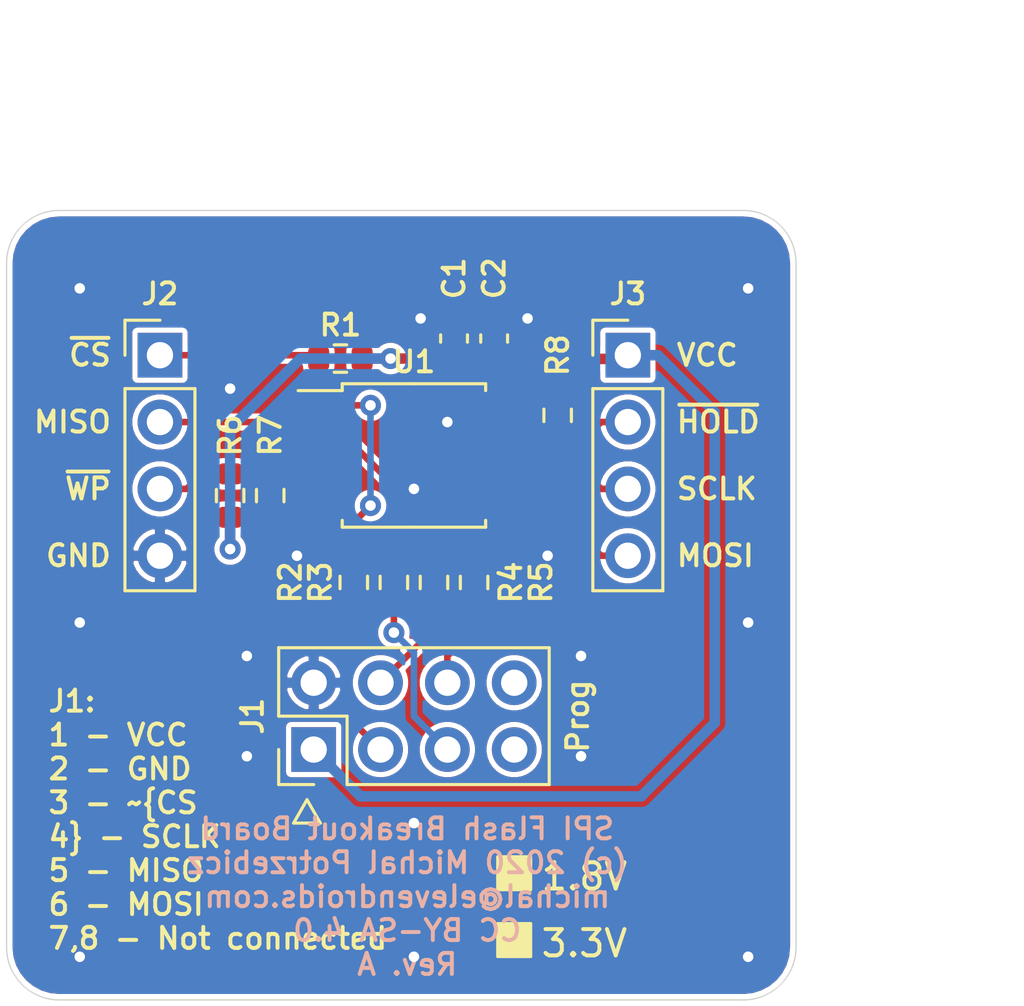
<source format=kicad_pcb>
(kicad_pcb (version 20171130) (host pcbnew 5.1.7)

  (general
    (thickness 1.6)
    (drawings 27)
    (tracks 94)
    (zones 0)
    (modules 14)
    (nets 15)
  )

  (page A4)
  (layers
    (0 F.Cu signal)
    (31 B.Cu signal)
    (32 B.Adhes user)
    (33 F.Adhes user)
    (34 B.Paste user)
    (35 F.Paste user)
    (36 B.SilkS user)
    (37 F.SilkS user)
    (38 B.Mask user)
    (39 F.Mask user)
    (40 Dwgs.User user)
    (41 Cmts.User user)
    (42 Eco1.User user)
    (43 Eco2.User user)
    (44 Edge.Cuts user)
    (45 Margin user)
    (46 B.CrtYd user)
    (47 F.CrtYd user)
    (48 B.Fab user)
    (49 F.Fab user)
  )

  (setup
    (last_trace_width 0.25)
    (trace_clearance 0.2)
    (zone_clearance 0.2)
    (zone_45_only no)
    (trace_min 0.2)
    (via_size 0.8)
    (via_drill 0.4)
    (via_min_size 0.4)
    (via_min_drill 0.3)
    (uvia_size 0.3)
    (uvia_drill 0.1)
    (uvias_allowed no)
    (uvia_min_size 0.2)
    (uvia_min_drill 0.1)
    (edge_width 0.05)
    (segment_width 0.2)
    (pcb_text_width 0.3)
    (pcb_text_size 1.5 1.5)
    (mod_edge_width 0.12)
    (mod_text_size 1 1)
    (mod_text_width 0.15)
    (pad_size 1.524 1.524)
    (pad_drill 0.762)
    (pad_to_mask_clearance 0.0508)
    (aux_axis_origin 0 0)
    (visible_elements FFFFFF7F)
    (pcbplotparams
      (layerselection 0x010fc_ffffffff)
      (usegerberextensions false)
      (usegerberattributes true)
      (usegerberadvancedattributes true)
      (creategerberjobfile true)
      (excludeedgelayer true)
      (linewidth 0.100000)
      (plotframeref false)
      (viasonmask false)
      (mode 1)
      (useauxorigin false)
      (hpglpennumber 1)
      (hpglpenspeed 20)
      (hpglpendiameter 15.000000)
      (psnegative false)
      (psa4output false)
      (plotreference true)
      (plotvalue true)
      (plotinvisibletext false)
      (padsonsilk false)
      (subtractmaskfromsilk false)
      (outputformat 1)
      (mirror false)
      (drillshape 1)
      (scaleselection 1)
      (outputdirectory ""))
  )

  (net 0 "")
  (net 1 GND)
  (net 2 VCC)
  (net 3 "Net-(J1-Pad8)")
  (net 4 "Net-(J1-Pad7)")
  (net 5 "Net-(J1-Pad6)")
  (net 6 "Net-(J1-Pad5)")
  (net 7 "Net-(J1-Pad4)")
  (net 8 "Net-(J1-Pad3)")
  (net 9 /~WP)
  (net 10 /MISO)
  (net 11 /~CS)
  (net 12 /MOSI)
  (net 13 /SCLK)
  (net 14 /~HOLD)

  (net_class Default "This is the default net class."
    (clearance 0.2)
    (trace_width 0.25)
    (via_dia 0.8)
    (via_drill 0.4)
    (uvia_dia 0.3)
    (uvia_drill 0.1)
    (add_net /MISO)
    (add_net /MOSI)
    (add_net /SCLK)
    (add_net /~CS)
    (add_net /~HOLD)
    (add_net /~WP)
    (add_net GND)
    (add_net "Net-(J1-Pad3)")
    (add_net "Net-(J1-Pad4)")
    (add_net "Net-(J1-Pad5)")
    (add_net "Net-(J1-Pad6)")
    (add_net "Net-(J1-Pad7)")
    (add_net "Net-(J1-Pad8)")
  )

  (net_class Power ""
    (clearance 0.2)
    (trace_width 0.4)
    (via_dia 0.8)
    (via_drill 0.4)
    (uvia_dia 0.3)
    (uvia_drill 0.1)
    (add_net VCC)
  )

  (module Connector_PinHeader_2.54mm:PinHeader_2x04_P2.54mm_Vertical (layer F.Cu) (tedit 59FED5CC) (tstamp 5F976929)
    (at 153.67 78.486 90)
    (descr "Through hole straight pin header, 2x04, 2.54mm pitch, double rows")
    (tags "Through hole pin header THT 2x04 2.54mm double row")
    (path /5F96FD54)
    (fp_text reference J1 (at 1.27 -2.33 90) (layer F.SilkS)
      (effects (font (size 0.8 0.8) (thickness 0.15)))
    )
    (fp_text value Prog (at 1.27 10.033 90) (layer F.SilkS)
      (effects (font (size 0.8 0.8) (thickness 0.15)))
    )
    (fp_text user %R (at 1.27 3.81) (layer F.Fab)
      (effects (font (size 1 1) (thickness 0.15)))
    )
    (fp_line (start 0 -1.27) (end 3.81 -1.27) (layer F.Fab) (width 0.1))
    (fp_line (start 3.81 -1.27) (end 3.81 8.89) (layer F.Fab) (width 0.1))
    (fp_line (start 3.81 8.89) (end -1.27 8.89) (layer F.Fab) (width 0.1))
    (fp_line (start -1.27 8.89) (end -1.27 0) (layer F.Fab) (width 0.1))
    (fp_line (start -1.27 0) (end 0 -1.27) (layer F.Fab) (width 0.1))
    (fp_line (start -1.33 8.95) (end 3.87 8.95) (layer F.SilkS) (width 0.12))
    (fp_line (start -1.33 1.27) (end -1.33 8.95) (layer F.SilkS) (width 0.12))
    (fp_line (start 3.87 -1.33) (end 3.87 8.95) (layer F.SilkS) (width 0.12))
    (fp_line (start -1.33 1.27) (end 1.27 1.27) (layer F.SilkS) (width 0.12))
    (fp_line (start 1.27 1.27) (end 1.27 -1.33) (layer F.SilkS) (width 0.12))
    (fp_line (start 1.27 -1.33) (end 3.87 -1.33) (layer F.SilkS) (width 0.12))
    (fp_line (start -1.33 0) (end -1.33 -1.33) (layer F.SilkS) (width 0.12))
    (fp_line (start -1.33 -1.33) (end 0 -1.33) (layer F.SilkS) (width 0.12))
    (fp_line (start -1.8 -1.8) (end -1.8 9.4) (layer F.CrtYd) (width 0.05))
    (fp_line (start -1.8 9.4) (end 4.35 9.4) (layer F.CrtYd) (width 0.05))
    (fp_line (start 4.35 9.4) (end 4.35 -1.8) (layer F.CrtYd) (width 0.05))
    (fp_line (start 4.35 -1.8) (end -1.8 -1.8) (layer F.CrtYd) (width 0.05))
    (pad 8 thru_hole oval (at 2.54 7.62 90) (size 1.7 1.7) (drill 1) (layers *.Cu *.Mask)
      (net 3 "Net-(J1-Pad8)"))
    (pad 7 thru_hole oval (at 0 7.62 90) (size 1.7 1.7) (drill 1) (layers *.Cu *.Mask)
      (net 4 "Net-(J1-Pad7)"))
    (pad 6 thru_hole oval (at 2.54 5.08 90) (size 1.7 1.7) (drill 1) (layers *.Cu *.Mask)
      (net 5 "Net-(J1-Pad6)"))
    (pad 5 thru_hole oval (at 0 5.08 90) (size 1.7 1.7) (drill 1) (layers *.Cu *.Mask)
      (net 6 "Net-(J1-Pad5)"))
    (pad 4 thru_hole oval (at 2.54 2.54 90) (size 1.7 1.7) (drill 1) (layers *.Cu *.Mask)
      (net 7 "Net-(J1-Pad4)"))
    (pad 3 thru_hole oval (at 0 2.54 90) (size 1.7 1.7) (drill 1) (layers *.Cu *.Mask)
      (net 8 "Net-(J1-Pad3)"))
    (pad 2 thru_hole oval (at 2.54 0 90) (size 1.7 1.7) (drill 1) (layers *.Cu *.Mask)
      (net 1 GND))
    (pad 1 thru_hole rect (at 0 0 90) (size 1.7 1.7) (drill 1) (layers *.Cu *.Mask)
      (net 2 VCC))
    (model ${KISYS3DMOD}/Connector_PinHeader_2.54mm.3dshapes/PinHeader_2x04_P2.54mm_Vertical.wrl
      (at (xyz 0 0 0))
      (scale (xyz 1 1 1))
      (rotate (xyz 0 0 0))
    )
  )

  (module Package_SO:SOIC-8_5.23x5.23mm_P1.27mm (layer F.Cu) (tedit 5D9F72B1) (tstamp 5F9745A7)
    (at 157.48 67.31)
    (descr "SOIC, 8 Pin (http://www.winbond.com/resource-files/w25q32jv%20revg%2003272018%20plus.pdf#page=68), generated with kicad-footprint-generator ipc_gullwing_generator.py")
    (tags "SOIC SO")
    (path /5F96EA3E)
    (attr smd)
    (fp_text reference U1 (at 0 -3.56) (layer F.SilkS)
      (effects (font (size 0.8 0.8) (thickness 0.15)))
    )
    (fp_text value MX25U12835FM2I-10G (at 0 3.56) (layer F.Fab) hide
      (effects (font (size 1 1) (thickness 0.15)))
    )
    (fp_text user %R (at 0 0) (layer F.Fab)
      (effects (font (size 1 1) (thickness 0.15)))
    )
    (fp_line (start 0 2.725) (end 2.725 2.725) (layer F.SilkS) (width 0.12))
    (fp_line (start 2.725 2.725) (end 2.725 2.465) (layer F.SilkS) (width 0.12))
    (fp_line (start 0 2.725) (end -2.725 2.725) (layer F.SilkS) (width 0.12))
    (fp_line (start -2.725 2.725) (end -2.725 2.465) (layer F.SilkS) (width 0.12))
    (fp_line (start 0 -2.725) (end 2.725 -2.725) (layer F.SilkS) (width 0.12))
    (fp_line (start 2.725 -2.725) (end 2.725 -2.465) (layer F.SilkS) (width 0.12))
    (fp_line (start 0 -2.725) (end -2.725 -2.725) (layer F.SilkS) (width 0.12))
    (fp_line (start -2.725 -2.725) (end -2.725 -2.465) (layer F.SilkS) (width 0.12))
    (fp_line (start -2.725 -2.465) (end -4.4 -2.465) (layer F.SilkS) (width 0.12))
    (fp_line (start -1.615 -2.615) (end 2.615 -2.615) (layer F.Fab) (width 0.1))
    (fp_line (start 2.615 -2.615) (end 2.615 2.615) (layer F.Fab) (width 0.1))
    (fp_line (start 2.615 2.615) (end -2.615 2.615) (layer F.Fab) (width 0.1))
    (fp_line (start -2.615 2.615) (end -2.615 -1.615) (layer F.Fab) (width 0.1))
    (fp_line (start -2.615 -1.615) (end -1.615 -2.615) (layer F.Fab) (width 0.1))
    (fp_line (start -4.65 -2.86) (end -4.65 2.86) (layer F.CrtYd) (width 0.05))
    (fp_line (start -4.65 2.86) (end 4.65 2.86) (layer F.CrtYd) (width 0.05))
    (fp_line (start 4.65 2.86) (end 4.65 -2.86) (layer F.CrtYd) (width 0.05))
    (fp_line (start 4.65 -2.86) (end -4.65 -2.86) (layer F.CrtYd) (width 0.05))
    (pad 8 smd roundrect (at 3.6 -1.905) (size 1.6 0.6) (layers F.Cu F.Paste F.Mask) (roundrect_rratio 0.25)
      (net 2 VCC))
    (pad 7 smd roundrect (at 3.6 -0.635) (size 1.6 0.6) (layers F.Cu F.Paste F.Mask) (roundrect_rratio 0.25)
      (net 14 /~HOLD))
    (pad 6 smd roundrect (at 3.6 0.635) (size 1.6 0.6) (layers F.Cu F.Paste F.Mask) (roundrect_rratio 0.25)
      (net 13 /SCLK))
    (pad 5 smd roundrect (at 3.6 1.905) (size 1.6 0.6) (layers F.Cu F.Paste F.Mask) (roundrect_rratio 0.25)
      (net 12 /MOSI))
    (pad 4 smd roundrect (at -3.6 1.905) (size 1.6 0.6) (layers F.Cu F.Paste F.Mask) (roundrect_rratio 0.25)
      (net 1 GND))
    (pad 3 smd roundrect (at -3.6 0.635) (size 1.6 0.6) (layers F.Cu F.Paste F.Mask) (roundrect_rratio 0.25)
      (net 9 /~WP))
    (pad 2 smd roundrect (at -3.6 -0.635) (size 1.6 0.6) (layers F.Cu F.Paste F.Mask) (roundrect_rratio 0.25)
      (net 10 /MISO))
    (pad 1 smd roundrect (at -3.6 -1.905) (size 1.6 0.6) (layers F.Cu F.Paste F.Mask) (roundrect_rratio 0.25)
      (net 11 /~CS))
    (model ${KISYS3DMOD}/Package_SO.3dshapes/SOIC-8_5.23x5.23mm_P1.27mm.wrl
      (at (xyz 0 0 0))
      (scale (xyz 1 1 1))
      (rotate (xyz 0 0 0))
    )
  )

  (module Resistor_SMD:R_0603_1608Metric (layer F.Cu) (tedit 5F68FEEE) (tstamp 5F9742DB)
    (at 162.941 65.786 270)
    (descr "Resistor SMD 0603 (1608 Metric), square (rectangular) end terminal, IPC_7351 nominal, (Body size source: IPC-SM-782 page 72, https://www.pcb-3d.com/wordpress/wp-content/uploads/ipc-sm-782a_amendment_1_and_2.pdf), generated with kicad-footprint-generator")
    (tags resistor)
    (path /5F987A91)
    (attr smd)
    (fp_text reference R8 (at -2.286 0 90) (layer F.SilkS)
      (effects (font (size 0.8 0.8) (thickness 0.15)))
    )
    (fp_text value 10k (at 0 1.43 90) (layer F.Fab) hide
      (effects (font (size 1 1) (thickness 0.15)))
    )
    (fp_text user %R (at 0 0 90) (layer F.Fab)
      (effects (font (size 0.4 0.4) (thickness 0.06)))
    )
    (fp_line (start -0.8 0.4125) (end -0.8 -0.4125) (layer F.Fab) (width 0.1))
    (fp_line (start -0.8 -0.4125) (end 0.8 -0.4125) (layer F.Fab) (width 0.1))
    (fp_line (start 0.8 -0.4125) (end 0.8 0.4125) (layer F.Fab) (width 0.1))
    (fp_line (start 0.8 0.4125) (end -0.8 0.4125) (layer F.Fab) (width 0.1))
    (fp_line (start -0.237258 -0.5225) (end 0.237258 -0.5225) (layer F.SilkS) (width 0.12))
    (fp_line (start -0.237258 0.5225) (end 0.237258 0.5225) (layer F.SilkS) (width 0.12))
    (fp_line (start -1.48 0.73) (end -1.48 -0.73) (layer F.CrtYd) (width 0.05))
    (fp_line (start -1.48 -0.73) (end 1.48 -0.73) (layer F.CrtYd) (width 0.05))
    (fp_line (start 1.48 -0.73) (end 1.48 0.73) (layer F.CrtYd) (width 0.05))
    (fp_line (start 1.48 0.73) (end -1.48 0.73) (layer F.CrtYd) (width 0.05))
    (pad 2 smd roundrect (at 0.825 0 270) (size 0.8 0.95) (layers F.Cu F.Paste F.Mask) (roundrect_rratio 0.25)
      (net 14 /~HOLD))
    (pad 1 smd roundrect (at -0.825 0 270) (size 0.8 0.95) (layers F.Cu F.Paste F.Mask) (roundrect_rratio 0.25)
      (net 2 VCC))
    (model ${KISYS3DMOD}/Resistor_SMD.3dshapes/R_0603_1608Metric.wrl
      (at (xyz 0 0 0))
      (scale (xyz 1 1 1))
      (rotate (xyz 0 0 0))
    )
  )

  (module Resistor_SMD:R_0603_1608Metric (layer F.Cu) (tedit 5F68FEEE) (tstamp 5F9742CA)
    (at 152.019 68.834 270)
    (descr "Resistor SMD 0603 (1608 Metric), square (rectangular) end terminal, IPC_7351 nominal, (Body size source: IPC-SM-782 page 72, https://www.pcb-3d.com/wordpress/wp-content/uploads/ipc-sm-782a_amendment_1_and_2.pdf), generated with kicad-footprint-generator")
    (tags resistor)
    (path /5F987BD8)
    (attr smd)
    (fp_text reference R7 (at -2.286 0 90) (layer F.SilkS)
      (effects (font (size 0.8 0.8) (thickness 0.15)))
    )
    (fp_text value 10k (at 0 1.43 90) (layer F.Fab) hide
      (effects (font (size 1 1) (thickness 0.15)))
    )
    (fp_text user %R (at 0 0 90) (layer F.Fab)
      (effects (font (size 0.4 0.4) (thickness 0.06)))
    )
    (fp_line (start -0.8 0.4125) (end -0.8 -0.4125) (layer F.Fab) (width 0.1))
    (fp_line (start -0.8 -0.4125) (end 0.8 -0.4125) (layer F.Fab) (width 0.1))
    (fp_line (start 0.8 -0.4125) (end 0.8 0.4125) (layer F.Fab) (width 0.1))
    (fp_line (start 0.8 0.4125) (end -0.8 0.4125) (layer F.Fab) (width 0.1))
    (fp_line (start -0.237258 -0.5225) (end 0.237258 -0.5225) (layer F.SilkS) (width 0.12))
    (fp_line (start -0.237258 0.5225) (end 0.237258 0.5225) (layer F.SilkS) (width 0.12))
    (fp_line (start -1.48 0.73) (end -1.48 -0.73) (layer F.CrtYd) (width 0.05))
    (fp_line (start -1.48 -0.73) (end 1.48 -0.73) (layer F.CrtYd) (width 0.05))
    (fp_line (start 1.48 -0.73) (end 1.48 0.73) (layer F.CrtYd) (width 0.05))
    (fp_line (start 1.48 0.73) (end -1.48 0.73) (layer F.CrtYd) (width 0.05))
    (pad 2 smd roundrect (at 0.825 0 270) (size 0.8 0.95) (layers F.Cu F.Paste F.Mask) (roundrect_rratio 0.25)
      (net 1 GND))
    (pad 1 smd roundrect (at -0.825 0 270) (size 0.8 0.95) (layers F.Cu F.Paste F.Mask) (roundrect_rratio 0.25)
      (net 9 /~WP))
    (model ${KISYS3DMOD}/Resistor_SMD.3dshapes/R_0603_1608Metric.wrl
      (at (xyz 0 0 0))
      (scale (xyz 1 1 1))
      (rotate (xyz 0 0 0))
    )
  )

  (module Resistor_SMD:R_0603_1608Metric (layer F.Cu) (tedit 5F68FEEE) (tstamp 5F9742B9)
    (at 150.495 68.834 90)
    (descr "Resistor SMD 0603 (1608 Metric), square (rectangular) end terminal, IPC_7351 nominal, (Body size source: IPC-SM-782 page 72, https://www.pcb-3d.com/wordpress/wp-content/uploads/ipc-sm-782a_amendment_1_and_2.pdf), generated with kicad-footprint-generator")
    (tags resistor)
    (path /5F987798)
    (attr smd)
    (fp_text reference R6 (at 2.286 0 90) (layer F.SilkS)
      (effects (font (size 0.8 0.8) (thickness 0.15)))
    )
    (fp_text value 10k (at 0 1.43 90) (layer F.Fab) hide
      (effects (font (size 1 1) (thickness 0.15)))
    )
    (fp_text user %R (at 0 0 90) (layer F.Fab)
      (effects (font (size 0.4 0.4) (thickness 0.06)))
    )
    (fp_line (start -0.8 0.4125) (end -0.8 -0.4125) (layer F.Fab) (width 0.1))
    (fp_line (start -0.8 -0.4125) (end 0.8 -0.4125) (layer F.Fab) (width 0.1))
    (fp_line (start 0.8 -0.4125) (end 0.8 0.4125) (layer F.Fab) (width 0.1))
    (fp_line (start 0.8 0.4125) (end -0.8 0.4125) (layer F.Fab) (width 0.1))
    (fp_line (start -0.237258 -0.5225) (end 0.237258 -0.5225) (layer F.SilkS) (width 0.12))
    (fp_line (start -0.237258 0.5225) (end 0.237258 0.5225) (layer F.SilkS) (width 0.12))
    (fp_line (start -1.48 0.73) (end -1.48 -0.73) (layer F.CrtYd) (width 0.05))
    (fp_line (start -1.48 -0.73) (end 1.48 -0.73) (layer F.CrtYd) (width 0.05))
    (fp_line (start 1.48 -0.73) (end 1.48 0.73) (layer F.CrtYd) (width 0.05))
    (fp_line (start 1.48 0.73) (end -1.48 0.73) (layer F.CrtYd) (width 0.05))
    (pad 2 smd roundrect (at 0.825 0 90) (size 0.8 0.95) (layers F.Cu F.Paste F.Mask) (roundrect_rratio 0.25)
      (net 9 /~WP))
    (pad 1 smd roundrect (at -0.825 0 90) (size 0.8 0.95) (layers F.Cu F.Paste F.Mask) (roundrect_rratio 0.25)
      (net 2 VCC))
    (model ${KISYS3DMOD}/Resistor_SMD.3dshapes/R_0603_1608Metric.wrl
      (at (xyz 0 0 0))
      (scale (xyz 1 1 1))
      (rotate (xyz 0 0 0))
    )
  )

  (module Resistor_SMD:R_0603_1608Metric (layer F.Cu) (tedit 5F68FEEE) (tstamp 5F97785A)
    (at 159.766 72.136 270)
    (descr "Resistor SMD 0603 (1608 Metric), square (rectangular) end terminal, IPC_7351 nominal, (Body size source: IPC-SM-782 page 72, https://www.pcb-3d.com/wordpress/wp-content/uploads/ipc-sm-782a_amendment_1_and_2.pdf), generated with kicad-footprint-generator")
    (tags resistor)
    (path /5F9906A2)
    (attr smd)
    (fp_text reference R5 (at 0 -2.54 90) (layer F.SilkS)
      (effects (font (size 0.8 0.8) (thickness 0.15)))
    )
    (fp_text value 33R (at 0 1.43 90) (layer F.Fab) hide
      (effects (font (size 1 1) (thickness 0.15)))
    )
    (fp_text user %R (at 0 0 90) (layer F.Fab)
      (effects (font (size 0.4 0.4) (thickness 0.06)))
    )
    (fp_line (start -0.8 0.4125) (end -0.8 -0.4125) (layer F.Fab) (width 0.1))
    (fp_line (start -0.8 -0.4125) (end 0.8 -0.4125) (layer F.Fab) (width 0.1))
    (fp_line (start 0.8 -0.4125) (end 0.8 0.4125) (layer F.Fab) (width 0.1))
    (fp_line (start 0.8 0.4125) (end -0.8 0.4125) (layer F.Fab) (width 0.1))
    (fp_line (start -0.237258 -0.5225) (end 0.237258 -0.5225) (layer F.SilkS) (width 0.12))
    (fp_line (start -0.237258 0.5225) (end 0.237258 0.5225) (layer F.SilkS) (width 0.12))
    (fp_line (start -1.48 0.73) (end -1.48 -0.73) (layer F.CrtYd) (width 0.05))
    (fp_line (start -1.48 -0.73) (end 1.48 -0.73) (layer F.CrtYd) (width 0.05))
    (fp_line (start 1.48 -0.73) (end 1.48 0.73) (layer F.CrtYd) (width 0.05))
    (fp_line (start 1.48 0.73) (end -1.48 0.73) (layer F.CrtYd) (width 0.05))
    (pad 2 smd roundrect (at 0.825 0 270) (size 0.8 0.95) (layers F.Cu F.Paste F.Mask) (roundrect_rratio 0.25)
      (net 5 "Net-(J1-Pad6)"))
    (pad 1 smd roundrect (at -0.825 0 270) (size 0.8 0.95) (layers F.Cu F.Paste F.Mask) (roundrect_rratio 0.25)
      (net 12 /MOSI))
    (model ${KISYS3DMOD}/Resistor_SMD.3dshapes/R_0603_1608Metric.wrl
      (at (xyz 0 0 0))
      (scale (xyz 1 1 1))
      (rotate (xyz 0 0 0))
    )
  )

  (module Resistor_SMD:R_0603_1608Metric (layer F.Cu) (tedit 5F68FEEE) (tstamp 5F9777CA)
    (at 158.242 72.136 270)
    (descr "Resistor SMD 0603 (1608 Metric), square (rectangular) end terminal, IPC_7351 nominal, (Body size source: IPC-SM-782 page 72, https://www.pcb-3d.com/wordpress/wp-content/uploads/ipc-sm-782a_amendment_1_and_2.pdf), generated with kicad-footprint-generator")
    (tags resistor)
    (path /5F9903F3)
    (attr smd)
    (fp_text reference R4 (at 0 -2.921 90) (layer F.SilkS)
      (effects (font (size 0.8 0.8) (thickness 0.15)))
    )
    (fp_text value 33R (at 0 1.43 90) (layer F.Fab) hide
      (effects (font (size 1 1) (thickness 0.15)))
    )
    (fp_text user %R (at 0 0 90) (layer F.Fab)
      (effects (font (size 0.4 0.4) (thickness 0.06)))
    )
    (fp_line (start -0.8 0.4125) (end -0.8 -0.4125) (layer F.Fab) (width 0.1))
    (fp_line (start -0.8 -0.4125) (end 0.8 -0.4125) (layer F.Fab) (width 0.1))
    (fp_line (start 0.8 -0.4125) (end 0.8 0.4125) (layer F.Fab) (width 0.1))
    (fp_line (start 0.8 0.4125) (end -0.8 0.4125) (layer F.Fab) (width 0.1))
    (fp_line (start -0.237258 -0.5225) (end 0.237258 -0.5225) (layer F.SilkS) (width 0.12))
    (fp_line (start -0.237258 0.5225) (end 0.237258 0.5225) (layer F.SilkS) (width 0.12))
    (fp_line (start -1.48 0.73) (end -1.48 -0.73) (layer F.CrtYd) (width 0.05))
    (fp_line (start -1.48 -0.73) (end 1.48 -0.73) (layer F.CrtYd) (width 0.05))
    (fp_line (start 1.48 -0.73) (end 1.48 0.73) (layer F.CrtYd) (width 0.05))
    (fp_line (start 1.48 0.73) (end -1.48 0.73) (layer F.CrtYd) (width 0.05))
    (pad 2 smd roundrect (at 0.825 0 270) (size 0.8 0.95) (layers F.Cu F.Paste F.Mask) (roundrect_rratio 0.25)
      (net 7 "Net-(J1-Pad4)"))
    (pad 1 smd roundrect (at -0.825 0 270) (size 0.8 0.95) (layers F.Cu F.Paste F.Mask) (roundrect_rratio 0.25)
      (net 13 /SCLK))
    (model ${KISYS3DMOD}/Resistor_SMD.3dshapes/R_0603_1608Metric.wrl
      (at (xyz 0 0 0))
      (scale (xyz 1 1 1))
      (rotate (xyz 0 0 0))
    )
  )

  (module Resistor_SMD:R_0603_1608Metric (layer F.Cu) (tedit 5F68FEEE) (tstamp 5F97782A)
    (at 156.718 72.136 90)
    (descr "Resistor SMD 0603 (1608 Metric), square (rectangular) end terminal, IPC_7351 nominal, (Body size source: IPC-SM-782 page 72, https://www.pcb-3d.com/wordpress/wp-content/uploads/ipc-sm-782a_amendment_1_and_2.pdf), generated with kicad-footprint-generator")
    (tags resistor)
    (path /5F98FF01)
    (attr smd)
    (fp_text reference R3 (at 0 -2.794 90) (layer F.SilkS)
      (effects (font (size 0.8 0.8) (thickness 0.15)))
    )
    (fp_text value 33R (at 0 1.43 90) (layer F.Fab) hide
      (effects (font (size 1 1) (thickness 0.15)))
    )
    (fp_text user %R (at 0 0 90) (layer F.Fab)
      (effects (font (size 0.4 0.4) (thickness 0.06)))
    )
    (fp_line (start -0.8 0.4125) (end -0.8 -0.4125) (layer F.Fab) (width 0.1))
    (fp_line (start -0.8 -0.4125) (end 0.8 -0.4125) (layer F.Fab) (width 0.1))
    (fp_line (start 0.8 -0.4125) (end 0.8 0.4125) (layer F.Fab) (width 0.1))
    (fp_line (start 0.8 0.4125) (end -0.8 0.4125) (layer F.Fab) (width 0.1))
    (fp_line (start -0.237258 -0.5225) (end 0.237258 -0.5225) (layer F.SilkS) (width 0.12))
    (fp_line (start -0.237258 0.5225) (end 0.237258 0.5225) (layer F.SilkS) (width 0.12))
    (fp_line (start -1.48 0.73) (end -1.48 -0.73) (layer F.CrtYd) (width 0.05))
    (fp_line (start -1.48 -0.73) (end 1.48 -0.73) (layer F.CrtYd) (width 0.05))
    (fp_line (start 1.48 -0.73) (end 1.48 0.73) (layer F.CrtYd) (width 0.05))
    (fp_line (start 1.48 0.73) (end -1.48 0.73) (layer F.CrtYd) (width 0.05))
    (pad 2 smd roundrect (at 0.825 0 90) (size 0.8 0.95) (layers F.Cu F.Paste F.Mask) (roundrect_rratio 0.25)
      (net 10 /MISO))
    (pad 1 smd roundrect (at -0.825 0 90) (size 0.8 0.95) (layers F.Cu F.Paste F.Mask) (roundrect_rratio 0.25)
      (net 6 "Net-(J1-Pad5)"))
    (model ${KISYS3DMOD}/Resistor_SMD.3dshapes/R_0603_1608Metric.wrl
      (at (xyz 0 0 0))
      (scale (xyz 1 1 1))
      (rotate (xyz 0 0 0))
    )
  )

  (module Resistor_SMD:R_0603_1608Metric (layer F.Cu) (tedit 5F68FEEE) (tstamp 5F9777FA)
    (at 155.194 72.136 90)
    (descr "Resistor SMD 0603 (1608 Metric), square (rectangular) end terminal, IPC_7351 nominal, (Body size source: IPC-SM-782 page 72, https://www.pcb-3d.com/wordpress/wp-content/uploads/ipc-sm-782a_amendment_1_and_2.pdf), generated with kicad-footprint-generator")
    (tags resistor)
    (path /5F98EF7A)
    (attr smd)
    (fp_text reference R2 (at 0 -2.413 90) (layer F.SilkS)
      (effects (font (size 0.8 0.8) (thickness 0.15)))
    )
    (fp_text value 33R (at 0 1.43 90) (layer F.Fab) hide
      (effects (font (size 1 1) (thickness 0.15)))
    )
    (fp_text user %R (at 0 0 90) (layer F.Fab)
      (effects (font (size 0.4 0.4) (thickness 0.06)))
    )
    (fp_line (start -0.8 0.4125) (end -0.8 -0.4125) (layer F.Fab) (width 0.1))
    (fp_line (start -0.8 -0.4125) (end 0.8 -0.4125) (layer F.Fab) (width 0.1))
    (fp_line (start 0.8 -0.4125) (end 0.8 0.4125) (layer F.Fab) (width 0.1))
    (fp_line (start 0.8 0.4125) (end -0.8 0.4125) (layer F.Fab) (width 0.1))
    (fp_line (start -0.237258 -0.5225) (end 0.237258 -0.5225) (layer F.SilkS) (width 0.12))
    (fp_line (start -0.237258 0.5225) (end 0.237258 0.5225) (layer F.SilkS) (width 0.12))
    (fp_line (start -1.48 0.73) (end -1.48 -0.73) (layer F.CrtYd) (width 0.05))
    (fp_line (start -1.48 -0.73) (end 1.48 -0.73) (layer F.CrtYd) (width 0.05))
    (fp_line (start 1.48 -0.73) (end 1.48 0.73) (layer F.CrtYd) (width 0.05))
    (fp_line (start 1.48 0.73) (end -1.48 0.73) (layer F.CrtYd) (width 0.05))
    (pad 2 smd roundrect (at 0.825 0 90) (size 0.8 0.95) (layers F.Cu F.Paste F.Mask) (roundrect_rratio 0.25)
      (net 11 /~CS))
    (pad 1 smd roundrect (at -0.825 0 90) (size 0.8 0.95) (layers F.Cu F.Paste F.Mask) (roundrect_rratio 0.25)
      (net 8 "Net-(J1-Pad3)"))
    (model ${KISYS3DMOD}/Resistor_SMD.3dshapes/R_0603_1608Metric.wrl
      (at (xyz 0 0 0))
      (scale (xyz 1 1 1))
      (rotate (xyz 0 0 0))
    )
  )

  (module Resistor_SMD:R_0603_1608Metric (layer F.Cu) (tedit 5F68FEEE) (tstamp 5F974264)
    (at 154.686 63.627 180)
    (descr "Resistor SMD 0603 (1608 Metric), square (rectangular) end terminal, IPC_7351 nominal, (Body size source: IPC-SM-782 page 72, https://www.pcb-3d.com/wordpress/wp-content/uploads/ipc-sm-782a_amendment_1_and_2.pdf), generated with kicad-footprint-generator")
    (tags resistor)
    (path /5F986D13)
    (attr smd)
    (fp_text reference R1 (at 0 1.27) (layer F.SilkS)
      (effects (font (size 0.8 0.8) (thickness 0.15)))
    )
    (fp_text value 10k (at 0 1.43) (layer F.Fab) hide
      (effects (font (size 1 1) (thickness 0.15)))
    )
    (fp_text user %R (at 0 0) (layer F.Fab)
      (effects (font (size 0.4 0.4) (thickness 0.06)))
    )
    (fp_line (start -0.8 0.4125) (end -0.8 -0.4125) (layer F.Fab) (width 0.1))
    (fp_line (start -0.8 -0.4125) (end 0.8 -0.4125) (layer F.Fab) (width 0.1))
    (fp_line (start 0.8 -0.4125) (end 0.8 0.4125) (layer F.Fab) (width 0.1))
    (fp_line (start 0.8 0.4125) (end -0.8 0.4125) (layer F.Fab) (width 0.1))
    (fp_line (start -0.237258 -0.5225) (end 0.237258 -0.5225) (layer F.SilkS) (width 0.12))
    (fp_line (start -0.237258 0.5225) (end 0.237258 0.5225) (layer F.SilkS) (width 0.12))
    (fp_line (start -1.48 0.73) (end -1.48 -0.73) (layer F.CrtYd) (width 0.05))
    (fp_line (start -1.48 -0.73) (end 1.48 -0.73) (layer F.CrtYd) (width 0.05))
    (fp_line (start 1.48 -0.73) (end 1.48 0.73) (layer F.CrtYd) (width 0.05))
    (fp_line (start 1.48 0.73) (end -1.48 0.73) (layer F.CrtYd) (width 0.05))
    (pad 2 smd roundrect (at 0.825 0 180) (size 0.8 0.95) (layers F.Cu F.Paste F.Mask) (roundrect_rratio 0.25)
      (net 11 /~CS))
    (pad 1 smd roundrect (at -0.825 0 180) (size 0.8 0.95) (layers F.Cu F.Paste F.Mask) (roundrect_rratio 0.25)
      (net 2 VCC))
    (model ${KISYS3DMOD}/Resistor_SMD.3dshapes/R_0603_1608Metric.wrl
      (at (xyz 0 0 0))
      (scale (xyz 1 1 1))
      (rotate (xyz 0 0 0))
    )
  )

  (module Connector_PinHeader_2.54mm:PinHeader_1x04_P2.54mm_Vertical (layer F.Cu) (tedit 59FED5CC) (tstamp 5F974253)
    (at 165.608 63.5)
    (descr "Through hole straight pin header, 1x04, 2.54mm pitch, single row")
    (tags "Through hole pin header THT 1x04 2.54mm single row")
    (path /5F9B35C9)
    (fp_text reference J3 (at 0 -2.33) (layer F.SilkS)
      (effects (font (size 0.8 0.8) (thickness 0.15)))
    )
    (fp_text value "Test Right" (at 0 9.95) (layer F.Fab) hide
      (effects (font (size 1 1) (thickness 0.15)))
    )
    (fp_text user %R (at 0 3.81 90) (layer F.Fab)
      (effects (font (size 1 1) (thickness 0.15)))
    )
    (fp_line (start -0.635 -1.27) (end 1.27 -1.27) (layer F.Fab) (width 0.1))
    (fp_line (start 1.27 -1.27) (end 1.27 8.89) (layer F.Fab) (width 0.1))
    (fp_line (start 1.27 8.89) (end -1.27 8.89) (layer F.Fab) (width 0.1))
    (fp_line (start -1.27 8.89) (end -1.27 -0.635) (layer F.Fab) (width 0.1))
    (fp_line (start -1.27 -0.635) (end -0.635 -1.27) (layer F.Fab) (width 0.1))
    (fp_line (start -1.33 8.95) (end 1.33 8.95) (layer F.SilkS) (width 0.12))
    (fp_line (start -1.33 1.27) (end -1.33 8.95) (layer F.SilkS) (width 0.12))
    (fp_line (start 1.33 1.27) (end 1.33 8.95) (layer F.SilkS) (width 0.12))
    (fp_line (start -1.33 1.27) (end 1.33 1.27) (layer F.SilkS) (width 0.12))
    (fp_line (start -1.33 0) (end -1.33 -1.33) (layer F.SilkS) (width 0.12))
    (fp_line (start -1.33 -1.33) (end 0 -1.33) (layer F.SilkS) (width 0.12))
    (fp_line (start -1.8 -1.8) (end -1.8 9.4) (layer F.CrtYd) (width 0.05))
    (fp_line (start -1.8 9.4) (end 1.8 9.4) (layer F.CrtYd) (width 0.05))
    (fp_line (start 1.8 9.4) (end 1.8 -1.8) (layer F.CrtYd) (width 0.05))
    (fp_line (start 1.8 -1.8) (end -1.8 -1.8) (layer F.CrtYd) (width 0.05))
    (pad 4 thru_hole oval (at 0 7.62) (size 1.7 1.7) (drill 1) (layers *.Cu *.Mask)
      (net 12 /MOSI))
    (pad 3 thru_hole oval (at 0 5.08) (size 1.7 1.7) (drill 1) (layers *.Cu *.Mask)
      (net 13 /SCLK))
    (pad 2 thru_hole oval (at 0 2.54) (size 1.7 1.7) (drill 1) (layers *.Cu *.Mask)
      (net 14 /~HOLD))
    (pad 1 thru_hole rect (at 0 0) (size 1.7 1.7) (drill 1) (layers *.Cu *.Mask)
      (net 2 VCC))
    (model ${KISYS3DMOD}/Connector_PinHeader_2.54mm.3dshapes/PinHeader_1x04_P2.54mm_Vertical.wrl
      (at (xyz 0 0 0))
      (scale (xyz 1 1 1))
      (rotate (xyz 0 0 0))
    )
  )

  (module Connector_PinHeader_2.54mm:PinHeader_1x04_P2.54mm_Vertical (layer F.Cu) (tedit 59FED5CC) (tstamp 5F975FC9)
    (at 147.828 63.5)
    (descr "Through hole straight pin header, 1x04, 2.54mm pitch, single row")
    (tags "Through hole pin header THT 1x04 2.54mm single row")
    (path /5F9B10F9)
    (fp_text reference J2 (at 0 -2.33) (layer F.SilkS)
      (effects (font (size 0.8 0.8) (thickness 0.15)))
    )
    (fp_text value "Test Left" (at 0 9.95) (layer F.Fab) hide
      (effects (font (size 1 1) (thickness 0.15)))
    )
    (fp_text user %R (at 0 3.81 90) (layer F.Fab)
      (effects (font (size 1 1) (thickness 0.15)))
    )
    (fp_line (start -0.635 -1.27) (end 1.27 -1.27) (layer F.Fab) (width 0.1))
    (fp_line (start 1.27 -1.27) (end 1.27 8.89) (layer F.Fab) (width 0.1))
    (fp_line (start 1.27 8.89) (end -1.27 8.89) (layer F.Fab) (width 0.1))
    (fp_line (start -1.27 8.89) (end -1.27 -0.635) (layer F.Fab) (width 0.1))
    (fp_line (start -1.27 -0.635) (end -0.635 -1.27) (layer F.Fab) (width 0.1))
    (fp_line (start -1.33 8.95) (end 1.33 8.95) (layer F.SilkS) (width 0.12))
    (fp_line (start -1.33 1.27) (end -1.33 8.95) (layer F.SilkS) (width 0.12))
    (fp_line (start 1.33 1.27) (end 1.33 8.95) (layer F.SilkS) (width 0.12))
    (fp_line (start -1.33 1.27) (end 1.33 1.27) (layer F.SilkS) (width 0.12))
    (fp_line (start -1.33 0) (end -1.33 -1.33) (layer F.SilkS) (width 0.12))
    (fp_line (start -1.33 -1.33) (end 0 -1.33) (layer F.SilkS) (width 0.12))
    (fp_line (start -1.8 -1.8) (end -1.8 9.4) (layer F.CrtYd) (width 0.05))
    (fp_line (start -1.8 9.4) (end 1.8 9.4) (layer F.CrtYd) (width 0.05))
    (fp_line (start 1.8 9.4) (end 1.8 -1.8) (layer F.CrtYd) (width 0.05))
    (fp_line (start 1.8 -1.8) (end -1.8 -1.8) (layer F.CrtYd) (width 0.05))
    (pad 4 thru_hole oval (at 0 7.62) (size 1.7 1.7) (drill 1) (layers *.Cu *.Mask)
      (net 1 GND))
    (pad 3 thru_hole oval (at 0 5.08) (size 1.7 1.7) (drill 1) (layers *.Cu *.Mask)
      (net 9 /~WP))
    (pad 2 thru_hole oval (at 0 2.54) (size 1.7 1.7) (drill 1) (layers *.Cu *.Mask)
      (net 10 /MISO))
    (pad 1 thru_hole rect (at 0 0) (size 1.7 1.7) (drill 1) (layers *.Cu *.Mask)
      (net 11 /~CS))
    (model ${KISYS3DMOD}/Connector_PinHeader_2.54mm.3dshapes/PinHeader_1x04_P2.54mm_Vertical.wrl
      (at (xyz 0 0 0))
      (scale (xyz 1 1 1))
      (rotate (xyz 0 0 0))
    )
  )

  (module Capacitor_SMD:C_0603_1608Metric (layer F.Cu) (tedit 5F68FEEE) (tstamp 5F974205)
    (at 160.528 62.865 90)
    (descr "Capacitor SMD 0603 (1608 Metric), square (rectangular) end terminal, IPC_7351 nominal, (Body size source: IPC-SM-782 page 76, https://www.pcb-3d.com/wordpress/wp-content/uploads/ipc-sm-782a_amendment_1_and_2.pdf), generated with kicad-footprint-generator")
    (tags capacitor)
    (path /5F973BF8)
    (attr smd)
    (fp_text reference C2 (at 2.286 0 90) (layer F.SilkS)
      (effects (font (size 0.8 0.8) (thickness 0.15)))
    )
    (fp_text value 100n (at 0 1.43 90) (layer F.Fab) hide
      (effects (font (size 1 1) (thickness 0.15)))
    )
    (fp_text user %R (at 0 0 90) (layer F.Fab)
      (effects (font (size 0.4 0.4) (thickness 0.06)))
    )
    (fp_line (start -0.8 0.4) (end -0.8 -0.4) (layer F.Fab) (width 0.1))
    (fp_line (start -0.8 -0.4) (end 0.8 -0.4) (layer F.Fab) (width 0.1))
    (fp_line (start 0.8 -0.4) (end 0.8 0.4) (layer F.Fab) (width 0.1))
    (fp_line (start 0.8 0.4) (end -0.8 0.4) (layer F.Fab) (width 0.1))
    (fp_line (start -0.14058 -0.51) (end 0.14058 -0.51) (layer F.SilkS) (width 0.12))
    (fp_line (start -0.14058 0.51) (end 0.14058 0.51) (layer F.SilkS) (width 0.12))
    (fp_line (start -1.48 0.73) (end -1.48 -0.73) (layer F.CrtYd) (width 0.05))
    (fp_line (start -1.48 -0.73) (end 1.48 -0.73) (layer F.CrtYd) (width 0.05))
    (fp_line (start 1.48 -0.73) (end 1.48 0.73) (layer F.CrtYd) (width 0.05))
    (fp_line (start 1.48 0.73) (end -1.48 0.73) (layer F.CrtYd) (width 0.05))
    (pad 2 smd roundrect (at 0.775 0 90) (size 0.9 0.95) (layers F.Cu F.Paste F.Mask) (roundrect_rratio 0.25)
      (net 1 GND))
    (pad 1 smd roundrect (at -0.775 0 90) (size 0.9 0.95) (layers F.Cu F.Paste F.Mask) (roundrect_rratio 0.25)
      (net 2 VCC))
    (model ${KISYS3DMOD}/Capacitor_SMD.3dshapes/C_0603_1608Metric.wrl
      (at (xyz 0 0 0))
      (scale (xyz 1 1 1))
      (rotate (xyz 0 0 0))
    )
  )

  (module Capacitor_SMD:C_0603_1608Metric (layer F.Cu) (tedit 5F68FEEE) (tstamp 5F976547)
    (at 159.004 62.865 90)
    (descr "Capacitor SMD 0603 (1608 Metric), square (rectangular) end terminal, IPC_7351 nominal, (Body size source: IPC-SM-782 page 76, https://www.pcb-3d.com/wordpress/wp-content/uploads/ipc-sm-782a_amendment_1_and_2.pdf), generated with kicad-footprint-generator")
    (tags capacitor)
    (path /5F9733B1)
    (attr smd)
    (fp_text reference C1 (at 2.286 0 90) (layer F.SilkS)
      (effects (font (size 0.8 0.8) (thickness 0.15)))
    )
    (fp_text value 1u (at 0 1.43 90) (layer F.Fab) hide
      (effects (font (size 1 1) (thickness 0.15)))
    )
    (fp_text user %R (at 0 0 90) (layer F.Fab)
      (effects (font (size 0.4 0.4) (thickness 0.06)))
    )
    (fp_line (start -0.8 0.4) (end -0.8 -0.4) (layer F.Fab) (width 0.1))
    (fp_line (start -0.8 -0.4) (end 0.8 -0.4) (layer F.Fab) (width 0.1))
    (fp_line (start 0.8 -0.4) (end 0.8 0.4) (layer F.Fab) (width 0.1))
    (fp_line (start 0.8 0.4) (end -0.8 0.4) (layer F.Fab) (width 0.1))
    (fp_line (start -0.14058 -0.51) (end 0.14058 -0.51) (layer F.SilkS) (width 0.12))
    (fp_line (start -0.14058 0.51) (end 0.14058 0.51) (layer F.SilkS) (width 0.12))
    (fp_line (start -1.48 0.73) (end -1.48 -0.73) (layer F.CrtYd) (width 0.05))
    (fp_line (start -1.48 -0.73) (end 1.48 -0.73) (layer F.CrtYd) (width 0.05))
    (fp_line (start 1.48 -0.73) (end 1.48 0.73) (layer F.CrtYd) (width 0.05))
    (fp_line (start 1.48 0.73) (end -1.48 0.73) (layer F.CrtYd) (width 0.05))
    (pad 2 smd roundrect (at 0.775 0 90) (size 0.9 0.95) (layers F.Cu F.Paste F.Mask) (roundrect_rratio 0.25)
      (net 1 GND))
    (pad 1 smd roundrect (at -0.775 0 90) (size 0.9 0.95) (layers F.Cu F.Paste F.Mask) (roundrect_rratio 0.25)
      (net 2 VCC))
    (model ${KISYS3DMOD}/Capacitor_SMD.3dshapes/C_0603_1608Metric.wrl
      (at (xyz 0 0 0))
      (scale (xyz 1 1 1))
      (rotate (xyz 0 0 0))
    )
  )

  (gr_poly (pts (xy 161.925 86.36) (xy 160.655 86.36) (xy 160.655 85.09) (xy 161.925 85.09)) (layer F.SilkS) (width 0.1) (tstamp 5F978C80))
  (gr_text 3.3V (at 163.957 85.852) (layer F.SilkS) (tstamp 5F978C7F)
    (effects (font (size 1 1) (thickness 0.15)))
  )
  (gr_text 1.8V (at 163.957 83.312) (layer F.SilkS)
    (effects (font (size 1 1) (thickness 0.15)))
  )
  (gr_poly (pts (xy 161.925 83.82) (xy 160.655 83.82) (xy 160.655 82.55) (xy 161.925 82.55)) (layer F.SilkS) (width 0.1))
  (gr_text "SPI Flash Breakout Board\n(c) 2020 Michal Potrzebicz\nmichal@elevendroids.com\nCC BY-SA 4.0\nRev. A" (at 157.226 84.074) (layer B.SilkS)
    (effects (font (size 0.8 0.8) (thickness 0.15)) (justify mirror))
  )
  (gr_arc (start 144 86) (end 142 86) (angle -90) (layer Edge.Cuts) (width 0.05) (tstamp 5F976C8B))
  (gr_arc (start 170 86) (end 170 88) (angle -90) (layer Edge.Cuts) (width 0.05) (tstamp 5F976C7D))
  (gr_arc (start 144 60) (end 144 58) (angle -90) (layer Edge.Cuts) (width 0.05) (tstamp 5F976C68))
  (gr_arc (start 170 60) (end 172 60) (angle -90) (layer Edge.Cuts) (width 0.05))
  (gr_line (start 153.416 80.391) (end 152.908 81.28) (layer F.SilkS) (width 0.12) (tstamp 5F976B37))
  (gr_line (start 153.924 81.28) (end 153.416 80.391) (layer F.SilkS) (width 0.12))
  (gr_line (start 152.908 81.28) (end 153.924 81.28) (layer F.SilkS) (width 0.12))
  (gr_text "J1:\n1 - VCC\n2 - GND\n3 - ~CS\n4 - SCLK\n5 - MISO\n6 - MOSI\n7,8 - Not connected " (at 143.51 81.153) (layer F.SilkS)
    (effects (font (size 0.8 0.8) (thickness 0.15)) (justify left))
  )
  (gr_text MOSI (at 167.386 71.12) (layer F.SilkS) (tstamp 5F975A56)
    (effects (font (size 0.8 0.8) (thickness 0.15)) (justify left))
  )
  (gr_text SCLK (at 167.386 68.58) (layer F.SilkS) (tstamp 5F975A53)
    (effects (font (size 0.8 0.8) (thickness 0.15)) (justify left))
  )
  (gr_text ~HOLD (at 167.386 66.04) (layer F.SilkS) (tstamp 5F975A50)
    (effects (font (size 0.8 0.8) (thickness 0.15)) (justify left))
  )
  (gr_text VCC (at 167.386 63.5) (layer F.SilkS) (tstamp 5F975A4C)
    (effects (font (size 0.8 0.8) (thickness 0.15)) (justify left))
  )
  (gr_text GND (at 146.05 71.12) (layer F.SilkS) (tstamp 5F9759BF)
    (effects (font (size 0.8 0.8) (thickness 0.15)) (justify right))
  )
  (gr_text ~WP (at 146.05 68.58) (layer F.SilkS) (tstamp 5F9759BC)
    (effects (font (size 0.8 0.8) (thickness 0.15)) (justify right))
  )
  (gr_text MISO (at 146.05 66.04) (layer F.SilkS) (tstamp 5F975989)
    (effects (font (size 0.8 0.8) (thickness 0.15)) (justify right))
  )
  (gr_text ~CS (at 146.05 63.5) (layer F.SilkS)
    (effects (font (size 0.8 0.8) (thickness 0.15)) (justify right))
  )
  (dimension 30 (width 0.15) (layer Dwgs.User)
    (gr_text "30.000 mm" (at 157 50.7) (layer Dwgs.User)
      (effects (font (size 1 1) (thickness 0.15)))
    )
    (feature1 (pts (xy 142 60) (xy 142 51.413579)))
    (feature2 (pts (xy 172 60) (xy 172 51.413579)))
    (crossbar (pts (xy 172 52) (xy 142 52)))
    (arrow1a (pts (xy 142 52) (xy 143.126504 51.413579)))
    (arrow1b (pts (xy 142 52) (xy 143.126504 52.586421)))
    (arrow2a (pts (xy 172 52) (xy 170.873496 51.413579)))
    (arrow2b (pts (xy 172 52) (xy 170.873496 52.586421)))
  )
  (dimension 30 (width 0.15) (layer Dwgs.User)
    (gr_text "30.000 mm" (at 179.3 73 90) (layer Dwgs.User)
      (effects (font (size 1 1) (thickness 0.15)))
    )
    (feature1 (pts (xy 170 58) (xy 178.586421 58)))
    (feature2 (pts (xy 170 88) (xy 178.586421 88)))
    (crossbar (pts (xy 178 88) (xy 178 58)))
    (arrow1a (pts (xy 178 58) (xy 178.586421 59.126504)))
    (arrow1b (pts (xy 178 58) (xy 177.413579 59.126504)))
    (arrow2a (pts (xy 178 88) (xy 178.586421 86.873496)))
    (arrow2b (pts (xy 178 88) (xy 177.413579 86.873496)))
  )
  (gr_line (start 142 86) (end 142 60) (layer Edge.Cuts) (width 0.05) (tstamp 5F974DAE))
  (gr_line (start 170 88) (end 144 88) (layer Edge.Cuts) (width 0.05))
  (gr_line (start 172 60) (end 172 86) (layer Edge.Cuts) (width 0.05))
  (gr_line (start 144 58) (end 170 58) (layer Edge.Cuts) (width 0.05))

  (via (at 158.75 66.04) (size 0.8) (drill 0.4) (layers F.Cu B.Cu) (net 1))
  (via (at 157.48 68.58) (size 0.8) (drill 0.4) (layers F.Cu B.Cu) (net 1))
  (via (at 153.035 71.12) (size 0.8) (drill 0.4) (layers F.Cu B.Cu) (net 1))
  (via (at 162.56 71.12) (size 0.8) (drill 0.4) (layers F.Cu B.Cu) (net 1))
  (via (at 150.495 64.77) (size 0.8) (drill 0.4) (layers F.Cu B.Cu) (net 1))
  (via (at 157.734 62.103) (size 0.8) (drill 0.4) (layers F.Cu B.Cu) (net 1))
  (via (at 161.798 62.103) (size 0.8) (drill 0.4) (layers F.Cu B.Cu) (net 1))
  (via (at 170.18 86.36) (size 0.8) (drill 0.4) (layers F.Cu B.Cu) (net 1))
  (via (at 144.78 86.36) (size 0.8) (drill 0.4) (layers F.Cu B.Cu) (net 1))
  (via (at 144.78 60.96) (size 0.8) (drill 0.4) (layers F.Cu B.Cu) (net 1))
  (via (at 170.18 60.96) (size 0.8) (drill 0.4) (layers F.Cu B.Cu) (net 1))
  (via (at 170.18 73.66) (size 0.8) (drill 0.4) (layers F.Cu B.Cu) (net 1))
  (via (at 144.78 73.66) (size 0.8) (drill 0.4) (layers F.Cu B.Cu) (net 1))
  (via (at 157.48 86.36) (size 0.8) (drill 0.4) (layers F.Cu B.Cu) (net 1))
  (via (at 157.48 81.28) (size 0.8) (drill 0.4) (layers F.Cu B.Cu) (net 1))
  (via (at 163.83 78.74) (size 0.8) (drill 0.4) (layers F.Cu B.Cu) (net 1))
  (via (at 151.13 78.74) (size 0.8) (drill 0.4) (layers F.Cu B.Cu) (net 1))
  (via (at 163.83 74.93) (size 0.8) (drill 0.4) (layers F.Cu B.Cu) (net 1))
  (via (at 151.13 74.93) (size 0.8) (drill 0.4) (layers F.Cu B.Cu) (net 1))
  (segment (start 158.991 63.627) (end 159.004 63.64) (width 0.4) (layer F.Cu) (net 2))
  (segment (start 159.004 63.64) (end 160.528 63.64) (width 0.4) (layer F.Cu) (net 2))
  (segment (start 165.468 63.64) (end 165.608 63.5) (width 0.4) (layer F.Cu) (net 2))
  (segment (start 160.528 63.64) (end 160.528 64.389) (width 0.4) (layer F.Cu) (net 2))
  (segment (start 161.08 64.941) (end 161.08 65.405) (width 0.4) (layer F.Cu) (net 2))
  (segment (start 160.528 64.389) (end 161.08 64.941) (width 0.4) (layer F.Cu) (net 2))
  (segment (start 160.528 63.64) (end 165.468 63.64) (width 0.4) (layer F.Cu) (net 2))
  (segment (start 162.497 65.405) (end 162.941 64.961) (width 0.4) (layer F.Cu) (net 2))
  (segment (start 161.08 65.405) (end 162.497 65.405) (width 0.4) (layer F.Cu) (net 2))
  (via (at 150.495 70.866) (size 0.8) (drill 0.4) (layers F.Cu B.Cu) (net 2))
  (segment (start 150.495 69.659) (end 150.495 70.866) (width 0.4) (layer F.Cu) (net 2))
  (segment (start 150.495 70.866) (end 150.495 66.294) (width 0.4) (layer B.Cu) (net 2))
  (segment (start 153.162 63.627) (end 156.591 63.627) (width 0.4) (layer B.Cu) (net 2))
  (via (at 156.591 63.627) (size 0.8) (drill 0.4) (layers F.Cu B.Cu) (net 2))
  (segment (start 150.495 66.294) (end 153.162 63.627) (width 0.4) (layer B.Cu) (net 2))
  (segment (start 156.591 63.627) (end 158.991 63.627) (width 0.4) (layer F.Cu) (net 2))
  (segment (start 155.511 63.627) (end 156.591 63.627) (width 0.4) (layer F.Cu) (net 2))
  (segment (start 153.67 78.486) (end 155.448 80.264) (width 0.4) (layer B.Cu) (net 2))
  (segment (start 155.448 80.264) (end 166.116 80.264) (width 0.4) (layer B.Cu) (net 2))
  (segment (start 166.116 80.264) (end 168.91 77.47) (width 0.4) (layer B.Cu) (net 2))
  (segment (start 168.91 77.47) (end 168.91 65.659) (width 0.4) (layer B.Cu) (net 2))
  (segment (start 166.751 63.5) (end 165.608 63.5) (width 0.4) (layer B.Cu) (net 2))
  (segment (start 168.91 65.659) (end 166.751 63.5) (width 0.4) (layer B.Cu) (net 2))
  (segment (start 159.766 72.961) (end 159.766 73.914) (width 0.25) (layer F.Cu) (net 5))
  (segment (start 158.75 74.93) (end 158.75 75.946) (width 0.25) (layer F.Cu) (net 5))
  (segment (start 159.766 73.914) (end 158.75 74.93) (width 0.25) (layer F.Cu) (net 5))
  (via (at 156.718 74.041) (size 0.8) (drill 0.4) (layers F.Cu B.Cu) (net 6))
  (segment (start 156.718 72.961) (end 156.718 74.041) (width 0.25) (layer F.Cu) (net 6))
  (segment (start 156.718 74.041) (end 157.48 74.803) (width 0.25) (layer B.Cu) (net 6))
  (segment (start 157.48 77.216) (end 158.75 78.486) (width 0.25) (layer B.Cu) (net 6))
  (segment (start 157.48 74.803) (end 157.48 77.216) (width 0.25) (layer B.Cu) (net 6))
  (segment (start 158.242 73.914) (end 156.21 75.946) (width 0.25) (layer F.Cu) (net 7))
  (segment (start 158.242 72.961) (end 158.242 73.914) (width 0.25) (layer F.Cu) (net 7))
  (segment (start 156.21 78.486) (end 154.94 77.216) (width 0.25) (layer F.Cu) (net 8))
  (segment (start 154.94 73.215) (end 155.194 72.961) (width 0.25) (layer F.Cu) (net 8))
  (segment (start 154.94 77.216) (end 154.94 73.215) (width 0.25) (layer F.Cu) (net 8))
  (segment (start 150.495 68.009) (end 152.019 68.009) (width 0.25) (layer F.Cu) (net 9))
  (segment (start 152.083 67.945) (end 152.019 68.009) (width 0.25) (layer F.Cu) (net 9))
  (segment (start 153.88 67.945) (end 152.083 67.945) (width 0.25) (layer F.Cu) (net 9))
  (segment (start 150.495 68.009) (end 149.415 68.009) (width 0.25) (layer F.Cu) (net 9))
  (segment (start 148.844 68.58) (end 147.828 68.58) (width 0.25) (layer F.Cu) (net 9))
  (segment (start 149.415 68.009) (end 148.844 68.58) (width 0.25) (layer F.Cu) (net 9))
  (segment (start 147.828 66.04) (end 152.273 66.04) (width 0.25) (layer F.Cu) (net 10))
  (segment (start 152.908 66.675) (end 153.88 66.675) (width 0.25) (layer F.Cu) (net 10))
  (segment (start 152.273 66.04) (end 152.908 66.675) (width 0.25) (layer F.Cu) (net 10))
  (segment (start 156.718 71.311) (end 156.718 68.453) (width 0.25) (layer F.Cu) (net 10))
  (segment (start 154.94 66.675) (end 153.88 66.675) (width 0.25) (layer F.Cu) (net 10))
  (segment (start 156.718 68.453) (end 154.94 66.675) (width 0.25) (layer F.Cu) (net 10))
  (segment (start 153.861 65.386) (end 153.88 65.405) (width 0.25) (layer F.Cu) (net 11))
  (segment (start 153.861 63.627) (end 153.861 65.386) (width 0.25) (layer F.Cu) (net 11))
  (segment (start 153.734 63.5) (end 153.861 63.627) (width 0.25) (layer F.Cu) (net 11))
  (segment (start 147.828 63.5) (end 153.734 63.5) (width 0.25) (layer F.Cu) (net 11))
  (via (at 155.829 69.215) (size 0.8) (drill 0.4) (layers F.Cu B.Cu) (net 11))
  (segment (start 155.194 69.85) (end 155.829 69.215) (width 0.25) (layer F.Cu) (net 11))
  (segment (start 155.194 71.311) (end 155.194 69.85) (width 0.25) (layer F.Cu) (net 11))
  (via (at 155.829 65.405) (size 0.8) (drill 0.4) (layers F.Cu B.Cu) (net 11))
  (segment (start 155.829 69.215) (end 155.829 65.405) (width 0.25) (layer B.Cu) (net 11))
  (segment (start 155.829 65.405) (end 153.88 65.405) (width 0.25) (layer F.Cu) (net 11))
  (segment (start 161.08 69.215) (end 162.687 69.215) (width 0.25) (layer F.Cu) (net 12))
  (segment (start 164.592 71.12) (end 165.608 71.12) (width 0.25) (layer F.Cu) (net 12))
  (segment (start 162.687 69.215) (end 164.592 71.12) (width 0.25) (layer F.Cu) (net 12))
  (segment (start 159.766 71.311) (end 159.766 69.5325) (width 0.25) (layer F.Cu) (net 12))
  (segment (start 160.0835 69.215) (end 161.08 69.215) (width 0.25) (layer F.Cu) (net 12))
  (segment (start 159.766 69.5325) (end 160.0835 69.215) (width 0.25) (layer F.Cu) (net 12))
  (segment (start 161.08 67.945) (end 163.957 67.945) (width 0.25) (layer F.Cu) (net 13))
  (segment (start 164.592 68.58) (end 165.608 68.58) (width 0.25) (layer F.Cu) (net 13))
  (segment (start 163.957 67.945) (end 164.592 68.58) (width 0.25) (layer F.Cu) (net 13))
  (segment (start 158.242 71.311) (end 158.242 69.7865) (width 0.25) (layer F.Cu) (net 13))
  (segment (start 160.0835 67.945) (end 161.08 67.945) (width 0.25) (layer F.Cu) (net 13))
  (segment (start 158.242 69.7865) (end 160.0835 67.945) (width 0.25) (layer F.Cu) (net 13))
  (segment (start 162.877 66.675) (end 162.941 66.611) (width 0.25) (layer F.Cu) (net 14))
  (segment (start 161.08 66.675) (end 162.877 66.675) (width 0.25) (layer F.Cu) (net 14))
  (segment (start 162.941 66.611) (end 164.021 66.611) (width 0.25) (layer F.Cu) (net 14))
  (segment (start 164.592 66.04) (end 165.608 66.04) (width 0.25) (layer F.Cu) (net 14))
  (segment (start 164.021 66.611) (end 164.592 66.04) (width 0.25) (layer F.Cu) (net 14))

  (zone (net 1) (net_name GND) (layer F.Cu) (tstamp 0) (hatch edge 0.508)
    (connect_pads (clearance 0.2))
    (min_thickness 0.16)
    (fill yes (arc_segments 32) (thermal_gap 0.2) (thermal_bridge_width 0.381))
    (polygon
      (pts
        (xy 172.25 88.25) (xy 141.75 88.25) (xy 141.75 57.75) (xy 172.25 57.75)
      )
    )
    (filled_polygon
      (pts
        (xy 170.328944 58.338716) (xy 170.645355 58.434246) (xy 170.937191 58.589419) (xy 171.193324 58.798316) (xy 171.404005 59.052983)
        (xy 171.561209 59.343727) (xy 171.658947 59.659468) (xy 171.695 60.002486) (xy 171.695001 85.985076) (xy 171.661285 86.32894)
        (xy 171.565754 86.645355) (xy 171.410583 86.937189) (xy 171.201684 87.193324) (xy 170.947014 87.404006) (xy 170.656273 87.561209)
        (xy 170.340532 87.658947) (xy 169.997514 87.695) (xy 144.014914 87.695) (xy 143.67106 87.661285) (xy 143.354645 87.565754)
        (xy 143.062811 87.410583) (xy 142.806676 87.201684) (xy 142.595994 86.947014) (xy 142.438791 86.656273) (xy 142.341053 86.340532)
        (xy 142.305 85.997514) (xy 142.305 77.636) (xy 152.538646 77.636) (xy 152.538646 79.336) (xy 152.544052 79.390889)
        (xy 152.560063 79.44367) (xy 152.586063 79.492312) (xy 152.621053 79.534947) (xy 152.663688 79.569937) (xy 152.71233 79.595937)
        (xy 152.765111 79.611948) (xy 152.82 79.617354) (xy 154.52 79.617354) (xy 154.574889 79.611948) (xy 154.62767 79.595937)
        (xy 154.676312 79.569937) (xy 154.718947 79.534947) (xy 154.753937 79.492312) (xy 154.779937 79.44367) (xy 154.795948 79.390889)
        (xy 154.801354 79.336) (xy 154.801354 77.650109) (xy 155.177379 78.026135) (xy 155.123425 78.156391) (xy 155.08 78.374705)
        (xy 155.08 78.597295) (xy 155.123425 78.815609) (xy 155.208607 79.021256) (xy 155.332271 79.206333) (xy 155.489667 79.363729)
        (xy 155.674744 79.487393) (xy 155.880391 79.572575) (xy 156.098705 79.616) (xy 156.321295 79.616) (xy 156.539609 79.572575)
        (xy 156.745256 79.487393) (xy 156.930333 79.363729) (xy 157.087729 79.206333) (xy 157.211393 79.021256) (xy 157.296575 78.815609)
        (xy 157.34 78.597295) (xy 157.34 78.374705) (xy 157.62 78.374705) (xy 157.62 78.597295) (xy 157.663425 78.815609)
        (xy 157.748607 79.021256) (xy 157.872271 79.206333) (xy 158.029667 79.363729) (xy 158.214744 79.487393) (xy 158.420391 79.572575)
        (xy 158.638705 79.616) (xy 158.861295 79.616) (xy 159.079609 79.572575) (xy 159.285256 79.487393) (xy 159.470333 79.363729)
        (xy 159.627729 79.206333) (xy 159.751393 79.021256) (xy 159.836575 78.815609) (xy 159.88 78.597295) (xy 159.88 78.374705)
        (xy 160.16 78.374705) (xy 160.16 78.597295) (xy 160.203425 78.815609) (xy 160.288607 79.021256) (xy 160.412271 79.206333)
        (xy 160.569667 79.363729) (xy 160.754744 79.487393) (xy 160.960391 79.572575) (xy 161.178705 79.616) (xy 161.401295 79.616)
        (xy 161.619609 79.572575) (xy 161.825256 79.487393) (xy 162.010333 79.363729) (xy 162.167729 79.206333) (xy 162.291393 79.021256)
        (xy 162.376575 78.815609) (xy 162.42 78.597295) (xy 162.42 78.374705) (xy 162.376575 78.156391) (xy 162.291393 77.950744)
        (xy 162.167729 77.765667) (xy 162.010333 77.608271) (xy 161.825256 77.484607) (xy 161.619609 77.399425) (xy 161.401295 77.356)
        (xy 161.178705 77.356) (xy 160.960391 77.399425) (xy 160.754744 77.484607) (xy 160.569667 77.608271) (xy 160.412271 77.765667)
        (xy 160.288607 77.950744) (xy 160.203425 78.156391) (xy 160.16 78.374705) (xy 159.88 78.374705) (xy 159.836575 78.156391)
        (xy 159.751393 77.950744) (xy 159.627729 77.765667) (xy 159.470333 77.608271) (xy 159.285256 77.484607) (xy 159.079609 77.399425)
        (xy 158.861295 77.356) (xy 158.638705 77.356) (xy 158.420391 77.399425) (xy 158.214744 77.484607) (xy 158.029667 77.608271)
        (xy 157.872271 77.765667) (xy 157.748607 77.950744) (xy 157.663425 78.156391) (xy 157.62 78.374705) (xy 157.34 78.374705)
        (xy 157.296575 78.156391) (xy 157.211393 77.950744) (xy 157.087729 77.765667) (xy 156.930333 77.608271) (xy 156.745256 77.484607)
        (xy 156.539609 77.399425) (xy 156.321295 77.356) (xy 156.098705 77.356) (xy 155.880391 77.399425) (xy 155.750135 77.453379)
        (xy 155.345 77.048245) (xy 155.345 76.679062) (xy 155.489667 76.823729) (xy 155.674744 76.947393) (xy 155.880391 77.032575)
        (xy 156.098705 77.076) (xy 156.321295 77.076) (xy 156.539609 77.032575) (xy 156.745256 76.947393) (xy 156.930333 76.823729)
        (xy 157.087729 76.666333) (xy 157.211393 76.481256) (xy 157.296575 76.275609) (xy 157.34 76.057295) (xy 157.34 75.834705)
        (xy 157.62 75.834705) (xy 157.62 76.057295) (xy 157.663425 76.275609) (xy 157.748607 76.481256) (xy 157.872271 76.666333)
        (xy 158.029667 76.823729) (xy 158.214744 76.947393) (xy 158.420391 77.032575) (xy 158.638705 77.076) (xy 158.861295 77.076)
        (xy 159.079609 77.032575) (xy 159.285256 76.947393) (xy 159.470333 76.823729) (xy 159.627729 76.666333) (xy 159.751393 76.481256)
        (xy 159.836575 76.275609) (xy 159.88 76.057295) (xy 159.88 75.834705) (xy 160.16 75.834705) (xy 160.16 76.057295)
        (xy 160.203425 76.275609) (xy 160.288607 76.481256) (xy 160.412271 76.666333) (xy 160.569667 76.823729) (xy 160.754744 76.947393)
        (xy 160.960391 77.032575) (xy 161.178705 77.076) (xy 161.401295 77.076) (xy 161.619609 77.032575) (xy 161.825256 76.947393)
        (xy 162.010333 76.823729) (xy 162.167729 76.666333) (xy 162.291393 76.481256) (xy 162.376575 76.275609) (xy 162.42 76.057295)
        (xy 162.42 75.834705) (xy 162.376575 75.616391) (xy 162.291393 75.410744) (xy 162.167729 75.225667) (xy 162.010333 75.068271)
        (xy 161.825256 74.944607) (xy 161.619609 74.859425) (xy 161.401295 74.816) (xy 161.178705 74.816) (xy 160.960391 74.859425)
        (xy 160.754744 74.944607) (xy 160.569667 75.068271) (xy 160.412271 75.225667) (xy 160.288607 75.410744) (xy 160.203425 75.616391)
        (xy 160.16 75.834705) (xy 159.88 75.834705) (xy 159.836575 75.616391) (xy 159.751393 75.410744) (xy 159.627729 75.225667)
        (xy 159.470333 75.068271) (xy 159.298979 74.953776) (xy 160.038315 74.214441) (xy 160.053763 74.201763) (xy 160.104374 74.140094)
        (xy 160.141981 74.069736) (xy 160.165139 73.993394) (xy 160.171 73.933889) (xy 160.171 73.933882) (xy 160.172958 73.914)
        (xy 160.171 73.894119) (xy 160.171 73.622156) (xy 160.225206 73.605713) (xy 160.308426 73.561231) (xy 160.381369 73.501369)
        (xy 160.441231 73.428426) (xy 160.485713 73.345206) (xy 160.513105 73.254908) (xy 160.522354 73.161) (xy 160.522354 72.761)
        (xy 160.513105 72.667092) (xy 160.485713 72.576794) (xy 160.441231 72.493574) (xy 160.381369 72.420631) (xy 160.308426 72.360769)
        (xy 160.225206 72.316287) (xy 160.134908 72.288895) (xy 160.041 72.279646) (xy 159.491 72.279646) (xy 159.397092 72.288895)
        (xy 159.306794 72.316287) (xy 159.223574 72.360769) (xy 159.150631 72.420631) (xy 159.090769 72.493574) (xy 159.046287 72.576794)
        (xy 159.018895 72.667092) (xy 159.009646 72.761) (xy 159.009646 73.161) (xy 159.018895 73.254908) (xy 159.046287 73.345206)
        (xy 159.090769 73.428426) (xy 159.150631 73.501369) (xy 159.223574 73.561231) (xy 159.306794 73.605713) (xy 159.361001 73.622157)
        (xy 159.361001 73.746243) (xy 158.47769 74.629555) (xy 158.462237 74.642237) (xy 158.411626 74.703907) (xy 158.374019 74.774265)
        (xy 158.350861 74.850607) (xy 158.346998 74.889825) (xy 158.214744 74.944607) (xy 158.029667 75.068271) (xy 157.872271 75.225667)
        (xy 157.748607 75.410744) (xy 157.663425 75.616391) (xy 157.62 75.834705) (xy 157.34 75.834705) (xy 157.296575 75.616391)
        (xy 157.242621 75.486135) (xy 158.514315 74.214441) (xy 158.529763 74.201763) (xy 158.580374 74.140094) (xy 158.617981 74.069736)
        (xy 158.641139 73.993394) (xy 158.647 73.933889) (xy 158.647 73.933882) (xy 158.648958 73.914) (xy 158.647 73.894119)
        (xy 158.647 73.622156) (xy 158.701206 73.605713) (xy 158.784426 73.561231) (xy 158.857369 73.501369) (xy 158.917231 73.428426)
        (xy 158.961713 73.345206) (xy 158.989105 73.254908) (xy 158.998354 73.161) (xy 158.998354 72.761) (xy 158.989105 72.667092)
        (xy 158.961713 72.576794) (xy 158.917231 72.493574) (xy 158.857369 72.420631) (xy 158.784426 72.360769) (xy 158.701206 72.316287)
        (xy 158.610908 72.288895) (xy 158.517 72.279646) (xy 157.967 72.279646) (xy 157.873092 72.288895) (xy 157.782794 72.316287)
        (xy 157.699574 72.360769) (xy 157.626631 72.420631) (xy 157.566769 72.493574) (xy 157.522287 72.576794) (xy 157.494895 72.667092)
        (xy 157.485646 72.761) (xy 157.485646 73.161) (xy 157.494895 73.254908) (xy 157.522287 73.345206) (xy 157.566769 73.428426)
        (xy 157.626631 73.501369) (xy 157.699574 73.561231) (xy 157.782794 73.605713) (xy 157.837001 73.622157) (xy 157.837001 73.746243)
        (xy 157.378814 74.204431) (xy 157.398 74.107974) (xy 157.398 73.974026) (xy 157.371868 73.842651) (xy 157.320608 73.718899)
        (xy 157.24619 73.607525) (xy 157.22098 73.582315) (xy 157.260426 73.561231) (xy 157.333369 73.501369) (xy 157.393231 73.428426)
        (xy 157.437713 73.345206) (xy 157.465105 73.254908) (xy 157.474354 73.161) (xy 157.474354 72.761) (xy 157.465105 72.667092)
        (xy 157.437713 72.576794) (xy 157.393231 72.493574) (xy 157.333369 72.420631) (xy 157.260426 72.360769) (xy 157.177206 72.316287)
        (xy 157.086908 72.288895) (xy 156.993 72.279646) (xy 156.443 72.279646) (xy 156.349092 72.288895) (xy 156.258794 72.316287)
        (xy 156.175574 72.360769) (xy 156.102631 72.420631) (xy 156.042769 72.493574) (xy 155.998287 72.576794) (xy 155.970895 72.667092)
        (xy 155.961646 72.761) (xy 155.961646 73.161) (xy 155.970895 73.254908) (xy 155.998287 73.345206) (xy 156.042769 73.428426)
        (xy 156.102631 73.501369) (xy 156.175574 73.561231) (xy 156.21502 73.582315) (xy 156.18981 73.607525) (xy 156.115392 73.718899)
        (xy 156.064132 73.842651) (xy 156.038 73.974026) (xy 156.038 74.107974) (xy 156.064132 74.239349) (xy 156.115392 74.363101)
        (xy 156.18981 74.474475) (xy 156.284525 74.56919) (xy 156.395899 74.643608) (xy 156.519651 74.694868) (xy 156.651026 74.721)
        (xy 156.784974 74.721) (xy 156.881431 74.701814) (xy 156.669865 74.913379) (xy 156.539609 74.859425) (xy 156.321295 74.816)
        (xy 156.098705 74.816) (xy 155.880391 74.859425) (xy 155.674744 74.944607) (xy 155.489667 75.068271) (xy 155.345 75.212938)
        (xy 155.345 73.642354) (xy 155.469 73.642354) (xy 155.562908 73.633105) (xy 155.653206 73.605713) (xy 155.736426 73.561231)
        (xy 155.809369 73.501369) (xy 155.869231 73.428426) (xy 155.913713 73.345206) (xy 155.941105 73.254908) (xy 155.950354 73.161)
        (xy 155.950354 72.761) (xy 155.941105 72.667092) (xy 155.913713 72.576794) (xy 155.869231 72.493574) (xy 155.809369 72.420631)
        (xy 155.736426 72.360769) (xy 155.653206 72.316287) (xy 155.562908 72.288895) (xy 155.469 72.279646) (xy 154.919 72.279646)
        (xy 154.825092 72.288895) (xy 154.734794 72.316287) (xy 154.651574 72.360769) (xy 154.578631 72.420631) (xy 154.518769 72.493574)
        (xy 154.474287 72.576794) (xy 154.446895 72.667092) (xy 154.437646 72.761) (xy 154.437646 73.161) (xy 154.446895 73.254908)
        (xy 154.474287 73.345206) (xy 154.518769 73.428426) (xy 154.535001 73.448205) (xy 154.535 75.22508) (xy 154.420804 75.101485)
        (xy 154.241621 74.971238) (xy 154.040471 74.87845) (xy 153.955063 74.852548) (xy 153.7805 74.891775) (xy 153.7805 75.8355)
        (xy 153.8005 75.8355) (xy 153.8005 76.0565) (xy 153.7805 76.0565) (xy 153.7805 77.000225) (xy 153.955063 77.039452)
        (xy 154.040471 77.01355) (xy 154.241621 76.920762) (xy 154.420804 76.790515) (xy 154.535 76.666921) (xy 154.535 77.196119)
        (xy 154.533042 77.216) (xy 154.535 77.235881) (xy 154.535 77.235888) (xy 154.540861 77.295393) (xy 154.560031 77.358589)
        (xy 154.52 77.354646) (xy 152.82 77.354646) (xy 152.765111 77.360052) (xy 152.71233 77.376063) (xy 152.663688 77.402063)
        (xy 152.621053 77.437053) (xy 152.586063 77.479688) (xy 152.560063 77.52833) (xy 152.544052 77.581111) (xy 152.538646 77.636)
        (xy 142.305 77.636) (xy 142.305 76.231064) (xy 152.576542 76.231064) (xy 152.653166 76.43891) (xy 152.768866 76.627813)
        (xy 152.919196 76.790515) (xy 153.098379 76.920762) (xy 153.299529 77.01355) (xy 153.384937 77.039452) (xy 153.5595 77.000225)
        (xy 153.5595 76.0565) (xy 152.61541 76.0565) (xy 152.576542 76.231064) (xy 142.305 76.231064) (xy 142.305 75.660936)
        (xy 152.576542 75.660936) (xy 152.61541 75.8355) (xy 153.5595 75.8355) (xy 153.5595 74.891775) (xy 153.384937 74.852548)
        (xy 153.299529 74.87845) (xy 153.098379 74.971238) (xy 152.919196 75.101485) (xy 152.768866 75.264187) (xy 152.653166 75.45309)
        (xy 152.576542 75.660936) (xy 142.305 75.660936) (xy 142.305 71.405063) (xy 146.734548 71.405063) (xy 146.76045 71.490471)
        (xy 146.853238 71.691621) (xy 146.983485 71.870804) (xy 147.146187 72.021134) (xy 147.33509 72.136834) (xy 147.542936 72.213458)
        (xy 147.7175 72.17459) (xy 147.7175 71.2305) (xy 147.9385 71.2305) (xy 147.9385 72.17459) (xy 148.113064 72.213458)
        (xy 148.32091 72.136834) (xy 148.509813 72.021134) (xy 148.672515 71.870804) (xy 148.802762 71.691621) (xy 148.89555 71.490471)
        (xy 148.921452 71.405063) (xy 148.882225 71.2305) (xy 147.9385 71.2305) (xy 147.7175 71.2305) (xy 146.773775 71.2305)
        (xy 146.734548 71.405063) (xy 142.305 71.405063) (xy 142.305 70.834937) (xy 146.734548 70.834937) (xy 146.773775 71.0095)
        (xy 147.7175 71.0095) (xy 147.7175 70.06541) (xy 147.9385 70.06541) (xy 147.9385 71.0095) (xy 148.882225 71.0095)
        (xy 148.921452 70.834937) (xy 148.89555 70.749529) (xy 148.802762 70.548379) (xy 148.672515 70.369196) (xy 148.509813 70.218866)
        (xy 148.32091 70.103166) (xy 148.113064 70.026542) (xy 147.9385 70.06541) (xy 147.7175 70.06541) (xy 147.542936 70.026542)
        (xy 147.33509 70.103166) (xy 147.146187 70.218866) (xy 146.983485 70.369196) (xy 146.853238 70.548379) (xy 146.76045 70.749529)
        (xy 146.734548 70.834937) (xy 142.305 70.834937) (xy 142.305 68.468705) (xy 146.698 68.468705) (xy 146.698 68.691295)
        (xy 146.741425 68.909609) (xy 146.826607 69.115256) (xy 146.950271 69.300333) (xy 147.107667 69.457729) (xy 147.292744 69.581393)
        (xy 147.498391 69.666575) (xy 147.716705 69.71) (xy 147.939295 69.71) (xy 148.157609 69.666575) (xy 148.363256 69.581393)
        (xy 148.54643 69.459) (xy 149.738646 69.459) (xy 149.738646 69.859) (xy 149.747895 69.952908) (xy 149.775287 70.043206)
        (xy 149.819769 70.126426) (xy 149.879631 70.199369) (xy 149.952574 70.259231) (xy 150.015001 70.292599) (xy 150.015001 70.384334)
        (xy 149.96681 70.432525) (xy 149.892392 70.543899) (xy 149.841132 70.667651) (xy 149.815 70.799026) (xy 149.815 70.932974)
        (xy 149.841132 71.064349) (xy 149.892392 71.188101) (xy 149.96681 71.299475) (xy 150.061525 71.39419) (xy 150.172899 71.468608)
        (xy 150.296651 71.519868) (xy 150.428026 71.546) (xy 150.561974 71.546) (xy 150.693349 71.519868) (xy 150.817101 71.468608)
        (xy 150.928475 71.39419) (xy 151.02319 71.299475) (xy 151.097608 71.188101) (xy 151.148868 71.064349) (xy 151.175 70.932974)
        (xy 151.175 70.799026) (xy 151.148868 70.667651) (xy 151.097608 70.543899) (xy 151.02319 70.432525) (xy 150.975 70.384335)
        (xy 150.975 70.292598) (xy 151.037426 70.259231) (xy 151.110369 70.199369) (xy 151.170231 70.126426) (xy 151.20627 70.059)
        (xy 151.262645 70.059) (xy 151.268051 70.11389) (xy 151.284062 70.16667) (xy 151.310062 70.215312) (xy 151.345052 70.257948)
        (xy 151.387688 70.292938) (xy 151.43633 70.318938) (xy 151.48911 70.334949) (xy 151.544 70.340355) (xy 151.8385 70.339)
        (xy 151.9085 70.269) (xy 151.9085 69.7695) (xy 152.1295 69.7695) (xy 152.1295 70.269) (xy 152.1995 70.339)
        (xy 152.494 70.340355) (xy 152.54889 70.334949) (xy 152.60167 70.318938) (xy 152.650312 70.292938) (xy 152.692948 70.257948)
        (xy 152.727938 70.215312) (xy 152.753938 70.16667) (xy 152.769949 70.11389) (xy 152.775355 70.059) (xy 152.774 69.8395)
        (xy 152.704 69.7695) (xy 152.1295 69.7695) (xy 151.9085 69.7695) (xy 151.334 69.7695) (xy 151.264 69.8395)
        (xy 151.262645 70.059) (xy 151.20627 70.059) (xy 151.214713 70.043206) (xy 151.242105 69.952908) (xy 151.251354 69.859)
        (xy 151.251354 69.459) (xy 151.242105 69.365092) (xy 151.214713 69.274794) (xy 151.206271 69.259) (xy 151.262645 69.259)
        (xy 151.264 69.4785) (xy 151.334 69.5485) (xy 151.9085 69.5485) (xy 151.9085 69.049) (xy 152.1295 69.049)
        (xy 152.1295 69.5485) (xy 152.704 69.5485) (xy 152.7375 69.515) (xy 152.798645 69.515) (xy 152.804051 69.56989)
        (xy 152.820062 69.62267) (xy 152.846062 69.671312) (xy 152.881052 69.713948) (xy 152.923688 69.748938) (xy 152.97233 69.774938)
        (xy 153.02511 69.790949) (xy 153.08 69.796355) (xy 153.6995 69.795) (xy 153.7695 69.725) (xy 153.7695 69.3255)
        (xy 152.87 69.3255) (xy 152.8 69.3955) (xy 152.798645 69.515) (xy 152.7375 69.515) (xy 152.774 69.4785)
        (xy 152.775355 69.259) (xy 152.769949 69.20411) (xy 152.753938 69.15133) (xy 152.727938 69.102688) (xy 152.692948 69.060052)
        (xy 152.650312 69.025062) (xy 152.60167 68.999062) (xy 152.54889 68.983051) (xy 152.494 68.977645) (xy 152.1995 68.979)
        (xy 152.1295 69.049) (xy 151.9085 69.049) (xy 151.8385 68.979) (xy 151.544 68.977645) (xy 151.48911 68.983051)
        (xy 151.43633 68.999062) (xy 151.387688 69.025062) (xy 151.345052 69.060052) (xy 151.310062 69.102688) (xy 151.284062 69.15133)
        (xy 151.268051 69.20411) (xy 151.262645 69.259) (xy 151.206271 69.259) (xy 151.170231 69.191574) (xy 151.110369 69.118631)
        (xy 151.037426 69.058769) (xy 150.954206 69.014287) (xy 150.863908 68.986895) (xy 150.77 68.977646) (xy 150.22 68.977646)
        (xy 150.126092 68.986895) (xy 150.035794 69.014287) (xy 149.952574 69.058769) (xy 149.879631 69.118631) (xy 149.819769 69.191574)
        (xy 149.775287 69.274794) (xy 149.747895 69.365092) (xy 149.738646 69.459) (xy 148.54643 69.459) (xy 148.548333 69.457729)
        (xy 148.705729 69.300333) (xy 148.829393 69.115256) (xy 148.884175 68.983002) (xy 148.923394 68.979139) (xy 148.999736 68.955981)
        (xy 149.070094 68.918374) (xy 149.074205 68.915) (xy 152.798645 68.915) (xy 152.8 69.0345) (xy 152.87 69.1045)
        (xy 153.7695 69.1045) (xy 153.7695 68.705) (xy 153.9905 68.705) (xy 153.9905 69.1045) (xy 154.89 69.1045)
        (xy 154.96 69.0345) (xy 154.961355 68.915) (xy 154.955949 68.86011) (xy 154.939938 68.80733) (xy 154.913938 68.758688)
        (xy 154.878948 68.716052) (xy 154.836312 68.681062) (xy 154.78767 68.655062) (xy 154.73489 68.639051) (xy 154.68 68.633645)
        (xy 154.0605 68.635) (xy 153.9905 68.705) (xy 153.7695 68.705) (xy 153.6995 68.635) (xy 153.08 68.633645)
        (xy 153.02511 68.639051) (xy 152.97233 68.655062) (xy 152.923688 68.681062) (xy 152.881052 68.716052) (xy 152.846062 68.758688)
        (xy 152.820062 68.80733) (xy 152.804051 68.86011) (xy 152.798645 68.915) (xy 149.074205 68.915) (xy 149.131763 68.867763)
        (xy 149.144445 68.85231) (xy 149.582756 68.414) (xy 149.786402 68.414) (xy 149.819769 68.476426) (xy 149.879631 68.549369)
        (xy 149.952574 68.609231) (xy 150.035794 68.653713) (xy 150.126092 68.681105) (xy 150.22 68.690354) (xy 150.77 68.690354)
        (xy 150.863908 68.681105) (xy 150.954206 68.653713) (xy 151.037426 68.609231) (xy 151.110369 68.549369) (xy 151.170231 68.476426)
        (xy 151.203598 68.414) (xy 151.310402 68.414) (xy 151.343769 68.476426) (xy 151.403631 68.549369) (xy 151.476574 68.609231)
        (xy 151.559794 68.653713) (xy 151.650092 68.681105) (xy 151.744 68.690354) (xy 152.294 68.690354) (xy 152.387908 68.681105)
        (xy 152.478206 68.653713) (xy 152.561426 68.609231) (xy 152.634369 68.549369) (xy 152.694231 68.476426) (xy 152.738713 68.393206)
        (xy 152.75182 68.35) (xy 152.883942 68.35) (xy 152.924987 68.400013) (xy 152.990353 68.453658) (xy 153.064928 68.493519)
        (xy 153.145847 68.518066) (xy 153.23 68.526354) (xy 154.53 68.526354) (xy 154.614153 68.518066) (xy 154.695072 68.493519)
        (xy 154.769647 68.453658) (xy 154.835013 68.400013) (xy 154.888658 68.334647) (xy 154.928519 68.260072) (xy 154.953066 68.179153)
        (xy 154.961354 68.095) (xy 154.961354 67.795) (xy 154.953066 67.710847) (xy 154.928519 67.629928) (xy 154.888658 67.555353)
        (xy 154.835013 67.489987) (xy 154.769647 67.436342) (xy 154.695072 67.396481) (xy 154.614153 67.371934) (xy 154.53 67.363646)
        (xy 153.23 67.363646) (xy 153.145847 67.371934) (xy 153.064928 67.396481) (xy 152.990353 67.436342) (xy 152.924987 67.489987)
        (xy 152.883942 67.54) (xy 152.692939 67.54) (xy 152.634369 67.468631) (xy 152.561426 67.408769) (xy 152.478206 67.364287)
        (xy 152.387908 67.336895) (xy 152.294 67.327646) (xy 151.744 67.327646) (xy 151.650092 67.336895) (xy 151.559794 67.364287)
        (xy 151.476574 67.408769) (xy 151.403631 67.468631) (xy 151.343769 67.541574) (xy 151.310402 67.604) (xy 151.203598 67.604)
        (xy 151.170231 67.541574) (xy 151.110369 67.468631) (xy 151.037426 67.408769) (xy 150.954206 67.364287) (xy 150.863908 67.336895)
        (xy 150.77 67.327646) (xy 150.22 67.327646) (xy 150.126092 67.336895) (xy 150.035794 67.364287) (xy 149.952574 67.408769)
        (xy 149.879631 67.468631) (xy 149.819769 67.541574) (xy 149.786402 67.604) (xy 149.434881 67.604) (xy 149.415 67.602042)
        (xy 149.395118 67.604) (xy 149.395111 67.604) (xy 149.335606 67.609861) (xy 149.259264 67.633019) (xy 149.188906 67.670626)
        (xy 149.127237 67.721237) (xy 149.114559 67.736685) (xy 148.820224 68.031021) (xy 148.705729 67.859667) (xy 148.548333 67.702271)
        (xy 148.363256 67.578607) (xy 148.157609 67.493425) (xy 147.939295 67.45) (xy 147.716705 67.45) (xy 147.498391 67.493425)
        (xy 147.292744 67.578607) (xy 147.107667 67.702271) (xy 146.950271 67.859667) (xy 146.826607 68.044744) (xy 146.741425 68.250391)
        (xy 146.698 68.468705) (xy 142.305 68.468705) (xy 142.305 65.928705) (xy 146.698 65.928705) (xy 146.698 66.151295)
        (xy 146.741425 66.369609) (xy 146.826607 66.575256) (xy 146.950271 66.760333) (xy 147.107667 66.917729) (xy 147.292744 67.041393)
        (xy 147.498391 67.126575) (xy 147.716705 67.17) (xy 147.939295 67.17) (xy 148.157609 67.126575) (xy 148.363256 67.041393)
        (xy 148.548333 66.917729) (xy 148.705729 66.760333) (xy 148.829393 66.575256) (xy 148.883347 66.445) (xy 152.105245 66.445)
        (xy 152.607563 66.94732) (xy 152.620237 66.962763) (xy 152.635679 66.975436) (xy 152.635685 66.975442) (xy 152.659768 66.995206)
        (xy 152.681906 67.013374) (xy 152.752264 67.050981) (xy 152.828606 67.074139) (xy 152.883575 67.079553) (xy 152.924987 67.130013)
        (xy 152.990353 67.183658) (xy 153.064928 67.223519) (xy 153.145847 67.248066) (xy 153.23 67.256354) (xy 154.53 67.256354)
        (xy 154.614153 67.248066) (xy 154.695072 67.223519) (xy 154.769647 67.183658) (xy 154.828007 67.135762) (xy 156.313001 68.620758)
        (xy 156.313001 68.737336) (xy 156.262475 68.68681) (xy 156.151101 68.612392) (xy 156.027349 68.561132) (xy 155.895974 68.535)
        (xy 155.762026 68.535) (xy 155.630651 68.561132) (xy 155.506899 68.612392) (xy 155.395525 68.68681) (xy 155.30081 68.781525)
        (xy 155.226392 68.892899) (xy 155.175132 69.016651) (xy 155.149 69.148026) (xy 155.149 69.281974) (xy 155.155681 69.315563)
        (xy 154.961298 69.509947) (xy 154.96 69.3955) (xy 154.89 69.3255) (xy 153.9905 69.3255) (xy 153.9905 69.725)
        (xy 154.0605 69.795) (xy 154.68 69.796355) (xy 154.73489 69.790949) (xy 154.78767 69.774938) (xy 154.79481 69.771121)
        (xy 154.787042 69.85) (xy 154.789001 69.869891) (xy 154.789 70.649843) (xy 154.734794 70.666287) (xy 154.651574 70.710769)
        (xy 154.578631 70.770631) (xy 154.518769 70.843574) (xy 154.474287 70.926794) (xy 154.446895 71.017092) (xy 154.437646 71.111)
        (xy 154.437646 71.511) (xy 154.446895 71.604908) (xy 154.474287 71.695206) (xy 154.518769 71.778426) (xy 154.578631 71.851369)
        (xy 154.651574 71.911231) (xy 154.734794 71.955713) (xy 154.825092 71.983105) (xy 154.919 71.992354) (xy 155.469 71.992354)
        (xy 155.562908 71.983105) (xy 155.653206 71.955713) (xy 155.736426 71.911231) (xy 155.809369 71.851369) (xy 155.869231 71.778426)
        (xy 155.913713 71.695206) (xy 155.941105 71.604908) (xy 155.950354 71.511) (xy 155.950354 71.111) (xy 155.941105 71.017092)
        (xy 155.913713 70.926794) (xy 155.869231 70.843574) (xy 155.809369 70.770631) (xy 155.736426 70.710769) (xy 155.653206 70.666287)
        (xy 155.599 70.649844) (xy 155.599 70.017755) (xy 155.728437 69.888319) (xy 155.762026 69.895) (xy 155.895974 69.895)
        (xy 156.027349 69.868868) (xy 156.151101 69.817608) (xy 156.262475 69.74319) (xy 156.313001 69.692664) (xy 156.313 70.649843)
        (xy 156.258794 70.666287) (xy 156.175574 70.710769) (xy 156.102631 70.770631) (xy 156.042769 70.843574) (xy 155.998287 70.926794)
        (xy 155.970895 71.017092) (xy 155.961646 71.111) (xy 155.961646 71.511) (xy 155.970895 71.604908) (xy 155.998287 71.695206)
        (xy 156.042769 71.778426) (xy 156.102631 71.851369) (xy 156.175574 71.911231) (xy 156.258794 71.955713) (xy 156.349092 71.983105)
        (xy 156.443 71.992354) (xy 156.993 71.992354) (xy 157.086908 71.983105) (xy 157.177206 71.955713) (xy 157.260426 71.911231)
        (xy 157.333369 71.851369) (xy 157.393231 71.778426) (xy 157.437713 71.695206) (xy 157.465105 71.604908) (xy 157.474354 71.511)
        (xy 157.474354 71.111) (xy 157.485646 71.111) (xy 157.485646 71.511) (xy 157.494895 71.604908) (xy 157.522287 71.695206)
        (xy 157.566769 71.778426) (xy 157.626631 71.851369) (xy 157.699574 71.911231) (xy 157.782794 71.955713) (xy 157.873092 71.983105)
        (xy 157.967 71.992354) (xy 158.517 71.992354) (xy 158.610908 71.983105) (xy 158.701206 71.955713) (xy 158.784426 71.911231)
        (xy 158.857369 71.851369) (xy 158.917231 71.778426) (xy 158.961713 71.695206) (xy 158.989105 71.604908) (xy 158.998354 71.511)
        (xy 158.998354 71.111) (xy 159.009646 71.111) (xy 159.009646 71.511) (xy 159.018895 71.604908) (xy 159.046287 71.695206)
        (xy 159.090769 71.778426) (xy 159.150631 71.851369) (xy 159.223574 71.911231) (xy 159.306794 71.955713) (xy 159.397092 71.983105)
        (xy 159.491 71.992354) (xy 160.041 71.992354) (xy 160.134908 71.983105) (xy 160.225206 71.955713) (xy 160.308426 71.911231)
        (xy 160.381369 71.851369) (xy 160.441231 71.778426) (xy 160.485713 71.695206) (xy 160.513105 71.604908) (xy 160.522354 71.511)
        (xy 160.522354 71.111) (xy 160.513105 71.017092) (xy 160.485713 70.926794) (xy 160.441231 70.843574) (xy 160.381369 70.770631)
        (xy 160.308426 70.710769) (xy 160.225206 70.666287) (xy 160.171 70.649844) (xy 160.171 69.707775) (xy 160.190353 69.723658)
        (xy 160.264928 69.763519) (xy 160.345847 69.788066) (xy 160.43 69.796354) (xy 161.73 69.796354) (xy 161.814153 69.788066)
        (xy 161.895072 69.763519) (xy 161.969647 69.723658) (xy 162.035013 69.670013) (xy 162.076058 69.62) (xy 162.519245 69.62)
        (xy 164.291564 71.39232) (xy 164.304237 71.407763) (xy 164.319679 71.420436) (xy 164.319685 71.420442) (xy 164.355226 71.449609)
        (xy 164.365906 71.458374) (xy 164.436264 71.495981) (xy 164.512606 71.519139) (xy 164.551825 71.523002) (xy 164.606607 71.655256)
        (xy 164.730271 71.840333) (xy 164.887667 71.997729) (xy 165.072744 72.121393) (xy 165.278391 72.206575) (xy 165.496705 72.25)
        (xy 165.719295 72.25) (xy 165.937609 72.206575) (xy 166.143256 72.121393) (xy 166.328333 71.997729) (xy 166.485729 71.840333)
        (xy 166.609393 71.655256) (xy 166.694575 71.449609) (xy 166.738 71.231295) (xy 166.738 71.008705) (xy 166.694575 70.790391)
        (xy 166.609393 70.584744) (xy 166.485729 70.399667) (xy 166.328333 70.242271) (xy 166.143256 70.118607) (xy 165.937609 70.033425)
        (xy 165.719295 69.99) (xy 165.496705 69.99) (xy 165.278391 70.033425) (xy 165.072744 70.118607) (xy 164.887667 70.242271)
        (xy 164.730271 70.399667) (xy 164.615777 70.57102) (xy 162.987445 68.94269) (xy 162.974763 68.927237) (xy 162.913094 68.876626)
        (xy 162.842736 68.839019) (xy 162.766394 68.815861) (xy 162.706889 68.81) (xy 162.706881 68.81) (xy 162.687 68.808042)
        (xy 162.667119 68.81) (xy 162.076058 68.81) (xy 162.035013 68.759987) (xy 161.969647 68.706342) (xy 161.895072 68.666481)
        (xy 161.814153 68.641934) (xy 161.73 68.633646) (xy 160.43 68.633646) (xy 160.345847 68.641934) (xy 160.264928 68.666481)
        (xy 160.190353 68.706342) (xy 160.124987 68.759987) (xy 160.085396 68.808229) (xy 160.0835 68.808042) (xy 160.063618 68.81)
        (xy 160.063611 68.81) (xy 160.004106 68.815861) (xy 159.927764 68.839019) (xy 159.873988 68.867763) (xy 159.857406 68.876626)
        (xy 159.811185 68.914558) (xy 159.811179 68.914564) (xy 159.795737 68.927237) (xy 159.783063 68.94268) (xy 159.493685 69.23206)
        (xy 159.478238 69.244737) (xy 159.427627 69.306406) (xy 159.39002 69.376764) (xy 159.366861 69.453107) (xy 159.359042 69.5325)
        (xy 159.361001 69.552391) (xy 159.361 70.649843) (xy 159.306794 70.666287) (xy 159.223574 70.710769) (xy 159.150631 70.770631)
        (xy 159.090769 70.843574) (xy 159.046287 70.926794) (xy 159.018895 71.017092) (xy 159.009646 71.111) (xy 158.998354 71.111)
        (xy 158.989105 71.017092) (xy 158.961713 70.926794) (xy 158.917231 70.843574) (xy 158.857369 70.770631) (xy 158.784426 70.710769)
        (xy 158.701206 70.666287) (xy 158.647 70.649844) (xy 158.647 69.954255) (xy 160.16687 68.434386) (xy 160.190353 68.453658)
        (xy 160.264928 68.493519) (xy 160.345847 68.518066) (xy 160.43 68.526354) (xy 161.73 68.526354) (xy 161.814153 68.518066)
        (xy 161.895072 68.493519) (xy 161.969647 68.453658) (xy 162.035013 68.400013) (xy 162.076058 68.35) (xy 163.789245 68.35)
        (xy 164.291563 68.85232) (xy 164.304237 68.867763) (xy 164.319679 68.880436) (xy 164.319685 68.880442) (xy 164.355226 68.909609)
        (xy 164.365906 68.918374) (xy 164.436264 68.955981) (xy 164.512606 68.979139) (xy 164.551825 68.983002) (xy 164.606607 69.115256)
        (xy 164.730271 69.300333) (xy 164.887667 69.457729) (xy 165.072744 69.581393) (xy 165.278391 69.666575) (xy 165.496705 69.71)
        (xy 165.719295 69.71) (xy 165.937609 69.666575) (xy 166.143256 69.581393) (xy 166.328333 69.457729) (xy 166.485729 69.300333)
        (xy 166.609393 69.115256) (xy 166.694575 68.909609) (xy 166.738 68.691295) (xy 166.738 68.468705) (xy 166.694575 68.250391)
        (xy 166.609393 68.044744) (xy 166.485729 67.859667) (xy 166.328333 67.702271) (xy 166.143256 67.578607) (xy 165.937609 67.493425)
        (xy 165.719295 67.45) (xy 165.496705 67.45) (xy 165.278391 67.493425) (xy 165.072744 67.578607) (xy 164.887667 67.702271)
        (xy 164.730271 67.859667) (xy 164.615777 68.031021) (xy 164.257445 67.67269) (xy 164.244763 67.657237) (xy 164.183094 67.606626)
        (xy 164.112736 67.569019) (xy 164.036394 67.545861) (xy 163.976889 67.54) (xy 163.976881 67.54) (xy 163.957 67.538042)
        (xy 163.937119 67.54) (xy 162.076058 67.54) (xy 162.035013 67.489987) (xy 161.969647 67.436342) (xy 161.895072 67.396481)
        (xy 161.814153 67.371934) (xy 161.73 67.363646) (xy 160.43 67.363646) (xy 160.345847 67.371934) (xy 160.264928 67.396481)
        (xy 160.190353 67.436342) (xy 160.124987 67.489987) (xy 160.085396 67.538229) (xy 160.083499 67.538042) (xy 160.06362 67.54)
        (xy 160.063611 67.54) (xy 160.004106 67.545861) (xy 159.927764 67.569019) (xy 159.857406 67.606626) (xy 159.795737 67.657237)
        (xy 159.783059 67.672685) (xy 157.969686 69.486059) (xy 157.954238 69.498737) (xy 157.903627 69.560406) (xy 157.870346 69.62267)
        (xy 157.86602 69.630764) (xy 157.842861 69.707107) (xy 157.835042 69.7865) (xy 157.837001 69.806391) (xy 157.837 70.649843)
        (xy 157.782794 70.666287) (xy 157.699574 70.710769) (xy 157.626631 70.770631) (xy 157.566769 70.843574) (xy 157.522287 70.926794)
        (xy 157.494895 71.017092) (xy 157.485646 71.111) (xy 157.474354 71.111) (xy 157.465105 71.017092) (xy 157.437713 70.926794)
        (xy 157.393231 70.843574) (xy 157.333369 70.770631) (xy 157.260426 70.710769) (xy 157.177206 70.666287) (xy 157.123 70.649844)
        (xy 157.123 68.472882) (xy 157.124958 68.453) (xy 157.123 68.433118) (xy 157.123 68.433111) (xy 157.117139 68.373606)
        (xy 157.093981 68.297264) (xy 157.056374 68.226906) (xy 157.037591 68.204019) (xy 157.018442 68.180685) (xy 157.018436 68.180679)
        (xy 157.005763 68.165237) (xy 156.99032 68.152564) (xy 155.362756 66.525) (xy 159.998646 66.525) (xy 159.998646 66.825)
        (xy 160.006934 66.909153) (xy 160.031481 66.990072) (xy 160.071342 67.064647) (xy 160.124987 67.130013) (xy 160.190353 67.183658)
        (xy 160.264928 67.223519) (xy 160.345847 67.248066) (xy 160.43 67.256354) (xy 161.73 67.256354) (xy 161.814153 67.248066)
        (xy 161.895072 67.223519) (xy 161.969647 67.183658) (xy 162.035013 67.130013) (xy 162.076058 67.08) (xy 162.267061 67.08)
        (xy 162.325631 67.151369) (xy 162.398574 67.211231) (xy 162.481794 67.255713) (xy 162.572092 67.283105) (xy 162.666 67.292354)
        (xy 163.216 67.292354) (xy 163.309908 67.283105) (xy 163.400206 67.255713) (xy 163.483426 67.211231) (xy 163.556369 67.151369)
        (xy 163.616231 67.078426) (xy 163.649598 67.016) (xy 164.001119 67.016) (xy 164.021 67.017958) (xy 164.040881 67.016)
        (xy 164.040889 67.016) (xy 164.100394 67.010139) (xy 164.176736 66.986981) (xy 164.247094 66.949374) (xy 164.308763 66.898763)
        (xy 164.321445 66.88331) (xy 164.615776 66.588979) (xy 164.730271 66.760333) (xy 164.887667 66.917729) (xy 165.072744 67.041393)
        (xy 165.278391 67.126575) (xy 165.496705 67.17) (xy 165.719295 67.17) (xy 165.937609 67.126575) (xy 166.143256 67.041393)
        (xy 166.328333 66.917729) (xy 166.485729 66.760333) (xy 166.609393 66.575256) (xy 166.694575 66.369609) (xy 166.738 66.151295)
        (xy 166.738 65.928705) (xy 166.694575 65.710391) (xy 166.609393 65.504744) (xy 166.485729 65.319667) (xy 166.328333 65.162271)
        (xy 166.143256 65.038607) (xy 165.937609 64.953425) (xy 165.719295 64.91) (xy 165.496705 64.91) (xy 165.278391 64.953425)
        (xy 165.072744 65.038607) (xy 164.887667 65.162271) (xy 164.730271 65.319667) (xy 164.606607 65.504744) (xy 164.551825 65.636998)
        (xy 164.512606 65.640861) (xy 164.436264 65.664019) (xy 164.365906 65.701626) (xy 164.304237 65.752237) (xy 164.291559 65.767685)
        (xy 163.853245 66.206) (xy 163.649598 66.206) (xy 163.616231 66.143574) (xy 163.556369 66.070631) (xy 163.483426 66.010769)
        (xy 163.400206 65.966287) (xy 163.309908 65.938895) (xy 163.216 65.929646) (xy 162.666 65.929646) (xy 162.572092 65.938895)
        (xy 162.481794 65.966287) (xy 162.398574 66.010769) (xy 162.325631 66.070631) (xy 162.265769 66.143574) (xy 162.221287 66.226794)
        (xy 162.20818 66.27) (xy 162.076058 66.27) (xy 162.035013 66.219987) (xy 161.969647 66.166342) (xy 161.895072 66.126481)
        (xy 161.814153 66.101934) (xy 161.73 66.093646) (xy 160.43 66.093646) (xy 160.345847 66.101934) (xy 160.264928 66.126481)
        (xy 160.190353 66.166342) (xy 160.124987 66.219987) (xy 160.071342 66.285353) (xy 160.031481 66.359928) (xy 160.006934 66.440847)
        (xy 159.998646 66.525) (xy 155.362756 66.525) (xy 155.240445 66.40269) (xy 155.227763 66.387237) (xy 155.166094 66.336626)
        (xy 155.095736 66.299019) (xy 155.019394 66.275861) (xy 154.959889 66.27) (xy 154.959881 66.27) (xy 154.94 66.268042)
        (xy 154.920119 66.27) (xy 154.876058 66.27) (xy 154.835013 66.219987) (xy 154.769647 66.166342) (xy 154.695072 66.126481)
        (xy 154.614153 66.101934) (xy 154.53 66.093646) (xy 153.23 66.093646) (xy 153.145847 66.101934) (xy 153.064928 66.126481)
        (xy 152.990353 66.166342) (xy 152.980327 66.17457) (xy 152.573445 65.76769) (xy 152.560763 65.752237) (xy 152.499094 65.701626)
        (xy 152.428736 65.664019) (xy 152.352394 65.640861) (xy 152.292889 65.635) (xy 152.292881 65.635) (xy 152.273 65.633042)
        (xy 152.253119 65.635) (xy 148.883347 65.635) (xy 148.829393 65.504744) (xy 148.705729 65.319667) (xy 148.548333 65.162271)
        (xy 148.363256 65.038607) (xy 148.157609 64.953425) (xy 147.939295 64.91) (xy 147.716705 64.91) (xy 147.498391 64.953425)
        (xy 147.292744 65.038607) (xy 147.107667 65.162271) (xy 146.950271 65.319667) (xy 146.826607 65.504744) (xy 146.741425 65.710391)
        (xy 146.698 65.928705) (xy 142.305 65.928705) (xy 142.305 62.65) (xy 146.696646 62.65) (xy 146.696646 64.35)
        (xy 146.702052 64.404889) (xy 146.718063 64.45767) (xy 146.744063 64.506312) (xy 146.779053 64.548947) (xy 146.821688 64.583937)
        (xy 146.87033 64.609937) (xy 146.923111 64.625948) (xy 146.978 64.631354) (xy 148.678 64.631354) (xy 148.732889 64.625948)
        (xy 148.78567 64.609937) (xy 148.834312 64.583937) (xy 148.876947 64.548947) (xy 148.911937 64.506312) (xy 148.937937 64.45767)
        (xy 148.953948 64.404889) (xy 148.959354 64.35) (xy 148.959354 63.905) (xy 153.179941 63.905) (xy 153.188895 63.995908)
        (xy 153.216287 64.086206) (xy 153.260769 64.169426) (xy 153.320631 64.242369) (xy 153.393574 64.302231) (xy 153.456 64.335599)
        (xy 153.456001 64.823646) (xy 153.23 64.823646) (xy 153.145847 64.831934) (xy 153.064928 64.856481) (xy 152.990353 64.896342)
        (xy 152.924987 64.949987) (xy 152.871342 65.015353) (xy 152.831481 65.089928) (xy 152.806934 65.170847) (xy 152.798646 65.255)
        (xy 152.798646 65.555) (xy 152.806934 65.639153) (xy 152.831481 65.720072) (xy 152.871342 65.794647) (xy 152.924987 65.860013)
        (xy 152.990353 65.913658) (xy 153.064928 65.953519) (xy 153.145847 65.978066) (xy 153.23 65.986354) (xy 154.53 65.986354)
        (xy 154.614153 65.978066) (xy 154.695072 65.953519) (xy 154.769647 65.913658) (xy 154.835013 65.860013) (xy 154.876058 65.81)
        (xy 155.281784 65.81) (xy 155.30081 65.838475) (xy 155.395525 65.93319) (xy 155.506899 66.007608) (xy 155.630651 66.058868)
        (xy 155.762026 66.085) (xy 155.895974 66.085) (xy 156.027349 66.058868) (xy 156.151101 66.007608) (xy 156.262475 65.93319)
        (xy 156.35719 65.838475) (xy 156.431608 65.727101) (xy 156.482868 65.603349) (xy 156.509 65.471974) (xy 156.509 65.338026)
        (xy 156.482868 65.206651) (xy 156.431608 65.082899) (xy 156.35719 64.971525) (xy 156.262475 64.87681) (xy 156.151101 64.802392)
        (xy 156.027349 64.751132) (xy 155.895974 64.725) (xy 155.762026 64.725) (xy 155.630651 64.751132) (xy 155.506899 64.802392)
        (xy 155.395525 64.87681) (xy 155.30081 64.971525) (xy 155.281784 65) (xy 154.876058 65) (xy 154.835013 64.949987)
        (xy 154.769647 64.896342) (xy 154.695072 64.856481) (xy 154.614153 64.831934) (xy 154.53 64.823646) (xy 154.266 64.823646)
        (xy 154.266 64.335598) (xy 154.328426 64.302231) (xy 154.401369 64.242369) (xy 154.461231 64.169426) (xy 154.505713 64.086206)
        (xy 154.533105 63.995908) (xy 154.542354 63.902) (xy 154.542354 63.352) (xy 154.829646 63.352) (xy 154.829646 63.902)
        (xy 154.838895 63.995908) (xy 154.866287 64.086206) (xy 154.910769 64.169426) (xy 154.970631 64.242369) (xy 155.043574 64.302231)
        (xy 155.126794 64.346713) (xy 155.217092 64.374105) (xy 155.311 64.383354) (xy 155.711 64.383354) (xy 155.804908 64.374105)
        (xy 155.895206 64.346713) (xy 155.978426 64.302231) (xy 156.051369 64.242369) (xy 156.111231 64.169426) (xy 156.132315 64.12998)
        (xy 156.157525 64.15519) (xy 156.268899 64.229608) (xy 156.392651 64.280868) (xy 156.524026 64.307) (xy 156.657974 64.307)
        (xy 156.789349 64.280868) (xy 156.913101 64.229608) (xy 157.024475 64.15519) (xy 157.072665 64.107) (xy 158.311968 64.107)
        (xy 158.332982 64.146315) (xy 158.395954 64.223046) (xy 158.472685 64.286018) (xy 158.560227 64.33281) (xy 158.655215 64.361625)
        (xy 158.754 64.371354) (xy 159.254 64.371354) (xy 159.352785 64.361625) (xy 159.447773 64.33281) (xy 159.535315 64.286018)
        (xy 159.612046 64.223046) (xy 159.675018 64.146315) (xy 159.689084 64.12) (xy 159.842916 64.12) (xy 159.856982 64.146315)
        (xy 159.919954 64.223046) (xy 159.996685 64.286018) (xy 160.048001 64.313447) (xy 160.048001 64.365423) (xy 160.045679 64.389)
        (xy 160.054946 64.483096) (xy 160.082393 64.573576) (xy 160.101829 64.609937) (xy 160.126965 64.656964) (xy 160.135277 64.667092)
        (xy 160.171919 64.711741) (xy 160.171923 64.711745) (xy 160.186948 64.730053) (xy 160.205256 64.745078) (xy 160.304619 64.844441)
        (xy 160.264928 64.856481) (xy 160.190353 64.896342) (xy 160.124987 64.949987) (xy 160.071342 65.015353) (xy 160.031481 65.089928)
        (xy 160.006934 65.170847) (xy 159.998646 65.255) (xy 159.998646 65.555) (xy 160.006934 65.639153) (xy 160.031481 65.720072)
        (xy 160.071342 65.794647) (xy 160.124987 65.860013) (xy 160.190353 65.913658) (xy 160.264928 65.953519) (xy 160.345847 65.978066)
        (xy 160.43 65.986354) (xy 161.73 65.986354) (xy 161.814153 65.978066) (xy 161.895072 65.953519) (xy 161.969647 65.913658)
        (xy 162.004567 65.885) (xy 162.473433 65.885) (xy 162.497 65.887321) (xy 162.520567 65.885) (xy 162.520575 65.885)
        (xy 162.591096 65.878054) (xy 162.681577 65.850607) (xy 162.764964 65.806036) (xy 162.838053 65.746053) (xy 162.853083 65.727739)
        (xy 162.938468 65.642354) (xy 163.216 65.642354) (xy 163.309908 65.633105) (xy 163.400206 65.605713) (xy 163.483426 65.561231)
        (xy 163.556369 65.501369) (xy 163.616231 65.428426) (xy 163.660713 65.345206) (xy 163.688105 65.254908) (xy 163.697354 65.161)
        (xy 163.697354 64.761) (xy 163.688105 64.667092) (xy 163.660713 64.576794) (xy 163.616231 64.493574) (xy 163.556369 64.420631)
        (xy 163.483426 64.360769) (xy 163.400206 64.316287) (xy 163.309908 64.288895) (xy 163.216 64.279646) (xy 162.666 64.279646)
        (xy 162.572092 64.288895) (xy 162.481794 64.316287) (xy 162.398574 64.360769) (xy 162.325631 64.420631) (xy 162.265769 64.493574)
        (xy 162.221287 64.576794) (xy 162.193895 64.667092) (xy 162.184646 64.761) (xy 162.184646 64.925) (xy 162.004567 64.925)
        (xy 161.969647 64.896342) (xy 161.895072 64.856481) (xy 161.814153 64.831934) (xy 161.73 64.823646) (xy 161.545999 64.823646)
        (xy 161.539552 64.802392) (xy 161.525607 64.756423) (xy 161.501724 64.711741) (xy 161.481036 64.673036) (xy 161.421053 64.599947)
        (xy 161.402744 64.584921) (xy 161.08377 64.265948) (xy 161.136046 64.223046) (xy 161.199018 64.146315) (xy 161.213084 64.12)
        (xy 164.476646 64.12) (xy 164.476646 64.35) (xy 164.482052 64.404889) (xy 164.498063 64.45767) (xy 164.524063 64.506312)
        (xy 164.559053 64.548947) (xy 164.601688 64.583937) (xy 164.65033 64.609937) (xy 164.703111 64.625948) (xy 164.758 64.631354)
        (xy 166.458 64.631354) (xy 166.512889 64.625948) (xy 166.56567 64.609937) (xy 166.614312 64.583937) (xy 166.656947 64.548947)
        (xy 166.691937 64.506312) (xy 166.717937 64.45767) (xy 166.733948 64.404889) (xy 166.739354 64.35) (xy 166.739354 62.65)
        (xy 166.733948 62.595111) (xy 166.717937 62.54233) (xy 166.691937 62.493688) (xy 166.656947 62.451053) (xy 166.614312 62.416063)
        (xy 166.56567 62.390063) (xy 166.512889 62.374052) (xy 166.458 62.368646) (xy 164.758 62.368646) (xy 164.703111 62.374052)
        (xy 164.65033 62.390063) (xy 164.601688 62.416063) (xy 164.559053 62.451053) (xy 164.524063 62.493688) (xy 164.498063 62.54233)
        (xy 164.482052 62.595111) (xy 164.476646 62.65) (xy 164.476646 63.16) (xy 161.213084 63.16) (xy 161.199018 63.133685)
        (xy 161.136046 63.056954) (xy 161.059315 62.993982) (xy 160.971773 62.94719) (xy 160.876785 62.918375) (xy 160.778 62.908646)
        (xy 160.278 62.908646) (xy 160.179215 62.918375) (xy 160.084227 62.94719) (xy 159.996685 62.993982) (xy 159.919954 63.056954)
        (xy 159.856982 63.133685) (xy 159.842916 63.16) (xy 159.689084 63.16) (xy 159.675018 63.133685) (xy 159.612046 63.056954)
        (xy 159.535315 62.993982) (xy 159.447773 62.94719) (xy 159.352785 62.918375) (xy 159.254 62.908646) (xy 158.754 62.908646)
        (xy 158.655215 62.918375) (xy 158.560227 62.94719) (xy 158.472685 62.993982) (xy 158.395954 63.056954) (xy 158.332982 63.133685)
        (xy 158.325865 63.147) (xy 157.072665 63.147) (xy 157.024475 63.09881) (xy 156.913101 63.024392) (xy 156.789349 62.973132)
        (xy 156.657974 62.947) (xy 156.524026 62.947) (xy 156.392651 62.973132) (xy 156.268899 63.024392) (xy 156.157525 63.09881)
        (xy 156.132315 63.12402) (xy 156.111231 63.084574) (xy 156.051369 63.011631) (xy 155.978426 62.951769) (xy 155.895206 62.907287)
        (xy 155.804908 62.879895) (xy 155.711 62.870646) (xy 155.311 62.870646) (xy 155.217092 62.879895) (xy 155.126794 62.907287)
        (xy 155.043574 62.951769) (xy 154.970631 63.011631) (xy 154.910769 63.084574) (xy 154.866287 63.167794) (xy 154.838895 63.258092)
        (xy 154.829646 63.352) (xy 154.542354 63.352) (xy 154.533105 63.258092) (xy 154.505713 63.167794) (xy 154.461231 63.084574)
        (xy 154.401369 63.011631) (xy 154.328426 62.951769) (xy 154.245206 62.907287) (xy 154.154908 62.879895) (xy 154.061 62.870646)
        (xy 153.661 62.870646) (xy 153.567092 62.879895) (xy 153.476794 62.907287) (xy 153.393574 62.951769) (xy 153.320631 63.011631)
        (xy 153.260769 63.084574) (xy 153.255196 63.095) (xy 148.959354 63.095) (xy 148.959354 62.65) (xy 148.953948 62.595111)
        (xy 148.937937 62.54233) (xy 148.936692 62.54) (xy 158.247645 62.54) (xy 158.253051 62.59489) (xy 158.269062 62.64767)
        (xy 158.295062 62.696312) (xy 158.330052 62.738948) (xy 158.372688 62.773938) (xy 158.42133 62.799938) (xy 158.47411 62.815949)
        (xy 158.529 62.821355) (xy 158.8235 62.82) (xy 158.8935 62.75) (xy 158.8935 62.2005) (xy 159.1145 62.2005)
        (xy 159.1145 62.75) (xy 159.1845 62.82) (xy 159.479 62.821355) (xy 159.53389 62.815949) (xy 159.58667 62.799938)
        (xy 159.635312 62.773938) (xy 159.677948 62.738948) (xy 159.712938 62.696312) (xy 159.738938 62.64767) (xy 159.754949 62.59489)
        (xy 159.760355 62.54) (xy 159.771645 62.54) (xy 159.777051 62.59489) (xy 159.793062 62.64767) (xy 159.819062 62.696312)
        (xy 159.854052 62.738948) (xy 159.896688 62.773938) (xy 159.94533 62.799938) (xy 159.99811 62.815949) (xy 160.053 62.821355)
        (xy 160.3475 62.82) (xy 160.4175 62.75) (xy 160.4175 62.2005) (xy 160.6385 62.2005) (xy 160.6385 62.75)
        (xy 160.7085 62.82) (xy 161.003 62.821355) (xy 161.05789 62.815949) (xy 161.11067 62.799938) (xy 161.159312 62.773938)
        (xy 161.201948 62.738948) (xy 161.236938 62.696312) (xy 161.262938 62.64767) (xy 161.278949 62.59489) (xy 161.284355 62.54)
        (xy 161.283 62.2705) (xy 161.213 62.2005) (xy 160.6385 62.2005) (xy 160.4175 62.2005) (xy 159.843 62.2005)
        (xy 159.773 62.2705) (xy 159.771645 62.54) (xy 159.760355 62.54) (xy 159.759 62.2705) (xy 159.689 62.2005)
        (xy 159.1145 62.2005) (xy 158.8935 62.2005) (xy 158.319 62.2005) (xy 158.249 62.2705) (xy 158.247645 62.54)
        (xy 148.936692 62.54) (xy 148.911937 62.493688) (xy 148.876947 62.451053) (xy 148.834312 62.416063) (xy 148.78567 62.390063)
        (xy 148.732889 62.374052) (xy 148.678 62.368646) (xy 146.978 62.368646) (xy 146.923111 62.374052) (xy 146.87033 62.390063)
        (xy 146.821688 62.416063) (xy 146.779053 62.451053) (xy 146.744063 62.493688) (xy 146.718063 62.54233) (xy 146.702052 62.595111)
        (xy 146.696646 62.65) (xy 142.305 62.65) (xy 142.305 61.64) (xy 158.247645 61.64) (xy 158.249 61.9095)
        (xy 158.319 61.9795) (xy 158.8935 61.9795) (xy 158.8935 61.43) (xy 159.1145 61.43) (xy 159.1145 61.9795)
        (xy 159.689 61.9795) (xy 159.759 61.9095) (xy 159.760355 61.64) (xy 159.771645 61.64) (xy 159.773 61.9095)
        (xy 159.843 61.9795) (xy 160.4175 61.9795) (xy 160.4175 61.43) (xy 160.6385 61.43) (xy 160.6385 61.9795)
        (xy 161.213 61.9795) (xy 161.283 61.9095) (xy 161.284355 61.64) (xy 161.278949 61.58511) (xy 161.262938 61.53233)
        (xy 161.236938 61.483688) (xy 161.201948 61.441052) (xy 161.159312 61.406062) (xy 161.11067 61.380062) (xy 161.05789 61.364051)
        (xy 161.003 61.358645) (xy 160.7085 61.36) (xy 160.6385 61.43) (xy 160.4175 61.43) (xy 160.3475 61.36)
        (xy 160.053 61.358645) (xy 159.99811 61.364051) (xy 159.94533 61.380062) (xy 159.896688 61.406062) (xy 159.854052 61.441052)
        (xy 159.819062 61.483688) (xy 159.793062 61.53233) (xy 159.777051 61.58511) (xy 159.771645 61.64) (xy 159.760355 61.64)
        (xy 159.754949 61.58511) (xy 159.738938 61.53233) (xy 159.712938 61.483688) (xy 159.677948 61.441052) (xy 159.635312 61.406062)
        (xy 159.58667 61.380062) (xy 159.53389 61.364051) (xy 159.479 61.358645) (xy 159.1845 61.36) (xy 159.1145 61.43)
        (xy 158.8935 61.43) (xy 158.8235 61.36) (xy 158.529 61.358645) (xy 158.47411 61.364051) (xy 158.42133 61.380062)
        (xy 158.372688 61.406062) (xy 158.330052 61.441052) (xy 158.295062 61.483688) (xy 158.269062 61.53233) (xy 158.253051 61.58511)
        (xy 158.247645 61.64) (xy 142.305 61.64) (xy 142.305 60.014914) (xy 142.338716 59.671056) (xy 142.434246 59.354645)
        (xy 142.589419 59.062809) (xy 142.798316 58.806676) (xy 143.052983 58.595995) (xy 143.343727 58.438791) (xy 143.659468 58.341053)
        (xy 144.002486 58.305) (xy 169.985086 58.305)
      )
    )
  )
  (zone (net 1) (net_name GND) (layer B.Cu) (tstamp 0) (hatch edge 0.508)
    (connect_pads (clearance 0.2))
    (min_thickness 0.16)
    (fill yes (arc_segments 32) (thermal_gap 0.2) (thermal_bridge_width 0.381))
    (polygon
      (pts
        (xy 172.25 88.25) (xy 141.75 88.25) (xy 141.75 57.75) (xy 172.25 57.75)
      )
    )
    (filled_polygon
      (pts
        (xy 170.328944 58.338716) (xy 170.645355 58.434246) (xy 170.937191 58.589419) (xy 171.193324 58.798316) (xy 171.404005 59.052983)
        (xy 171.561209 59.343727) (xy 171.658947 59.659468) (xy 171.695 60.002486) (xy 171.695001 85.985076) (xy 171.661285 86.32894)
        (xy 171.565754 86.645355) (xy 171.410583 86.937189) (xy 171.201684 87.193324) (xy 170.947014 87.404006) (xy 170.656273 87.561209)
        (xy 170.340532 87.658947) (xy 169.997514 87.695) (xy 144.014914 87.695) (xy 143.67106 87.661285) (xy 143.354645 87.565754)
        (xy 143.062811 87.410583) (xy 142.806676 87.201684) (xy 142.595994 86.947014) (xy 142.438791 86.656273) (xy 142.341053 86.340532)
        (xy 142.305 85.997514) (xy 142.305 77.636) (xy 152.538646 77.636) (xy 152.538646 79.336) (xy 152.544052 79.390889)
        (xy 152.560063 79.44367) (xy 152.586063 79.492312) (xy 152.621053 79.534947) (xy 152.663688 79.569937) (xy 152.71233 79.595937)
        (xy 152.765111 79.611948) (xy 152.82 79.617354) (xy 154.122532 79.617354) (xy 155.091921 80.586744) (xy 155.106947 80.605053)
        (xy 155.125255 80.620078) (xy 155.125258 80.620081) (xy 155.142218 80.634) (xy 155.180036 80.665036) (xy 155.263423 80.709607)
        (xy 155.353904 80.737054) (xy 155.424425 80.744) (xy 155.424433 80.744) (xy 155.448 80.746321) (xy 155.471567 80.744)
        (xy 166.092433 80.744) (xy 166.116 80.746321) (xy 166.139567 80.744) (xy 166.139575 80.744) (xy 166.210096 80.737054)
        (xy 166.300577 80.709607) (xy 166.383964 80.665036) (xy 166.457053 80.605053) (xy 166.472083 80.586739) (xy 169.232739 77.826083)
        (xy 169.251053 77.811053) (xy 169.311036 77.737964) (xy 169.355607 77.654577) (xy 169.383054 77.564096) (xy 169.39 77.493575)
        (xy 169.39 77.493567) (xy 169.392321 77.47) (xy 169.39 77.446433) (xy 169.39 65.682566) (xy 169.392321 65.658999)
        (xy 169.39 65.635432) (xy 169.39 65.635425) (xy 169.383054 65.564904) (xy 169.355607 65.474423) (xy 169.311036 65.391036)
        (xy 169.251053 65.317947) (xy 169.232744 65.302921) (xy 167.107083 63.177261) (xy 167.092053 63.158947) (xy 167.018964 63.098964)
        (xy 166.935577 63.054393) (xy 166.845096 63.026946) (xy 166.774575 63.02) (xy 166.774567 63.02) (xy 166.751 63.017679)
        (xy 166.739354 63.018826) (xy 166.739354 62.65) (xy 166.733948 62.595111) (xy 166.717937 62.54233) (xy 166.691937 62.493688)
        (xy 166.656947 62.451053) (xy 166.614312 62.416063) (xy 166.56567 62.390063) (xy 166.512889 62.374052) (xy 166.458 62.368646)
        (xy 164.758 62.368646) (xy 164.703111 62.374052) (xy 164.65033 62.390063) (xy 164.601688 62.416063) (xy 164.559053 62.451053)
        (xy 164.524063 62.493688) (xy 164.498063 62.54233) (xy 164.482052 62.595111) (xy 164.476646 62.65) (xy 164.476646 64.35)
        (xy 164.482052 64.404889) (xy 164.498063 64.45767) (xy 164.524063 64.506312) (xy 164.559053 64.548947) (xy 164.601688 64.583937)
        (xy 164.65033 64.609937) (xy 164.703111 64.625948) (xy 164.758 64.631354) (xy 166.458 64.631354) (xy 166.512889 64.625948)
        (xy 166.56567 64.609937) (xy 166.614312 64.583937) (xy 166.656947 64.548947) (xy 166.691937 64.506312) (xy 166.717937 64.45767)
        (xy 166.733948 64.404889) (xy 166.739354 64.35) (xy 166.739354 64.167176) (xy 168.430001 65.857824) (xy 168.43 77.271178)
        (xy 165.917178 79.784) (xy 155.646823 79.784) (xy 154.801354 78.938532) (xy 154.801354 78.374705) (xy 155.08 78.374705)
        (xy 155.08 78.597295) (xy 155.123425 78.815609) (xy 155.208607 79.021256) (xy 155.332271 79.206333) (xy 155.489667 79.363729)
        (xy 155.674744 79.487393) (xy 155.880391 79.572575) (xy 156.098705 79.616) (xy 156.321295 79.616) (xy 156.539609 79.572575)
        (xy 156.745256 79.487393) (xy 156.930333 79.363729) (xy 157.087729 79.206333) (xy 157.211393 79.021256) (xy 157.296575 78.815609)
        (xy 157.34 78.597295) (xy 157.34 78.374705) (xy 157.296575 78.156391) (xy 157.211393 77.950744) (xy 157.087729 77.765667)
        (xy 156.930333 77.608271) (xy 156.745256 77.484607) (xy 156.539609 77.399425) (xy 156.321295 77.356) (xy 156.098705 77.356)
        (xy 155.880391 77.399425) (xy 155.674744 77.484607) (xy 155.489667 77.608271) (xy 155.332271 77.765667) (xy 155.208607 77.950744)
        (xy 155.123425 78.156391) (xy 155.08 78.374705) (xy 154.801354 78.374705) (xy 154.801354 77.636) (xy 154.795948 77.581111)
        (xy 154.779937 77.52833) (xy 154.753937 77.479688) (xy 154.718947 77.437053) (xy 154.676312 77.402063) (xy 154.62767 77.376063)
        (xy 154.574889 77.360052) (xy 154.52 77.354646) (xy 152.82 77.354646) (xy 152.765111 77.360052) (xy 152.71233 77.376063)
        (xy 152.663688 77.402063) (xy 152.621053 77.437053) (xy 152.586063 77.479688) (xy 152.560063 77.52833) (xy 152.544052 77.581111)
        (xy 152.538646 77.636) (xy 142.305 77.636) (xy 142.305 76.231064) (xy 152.576542 76.231064) (xy 152.653166 76.43891)
        (xy 152.768866 76.627813) (xy 152.919196 76.790515) (xy 153.098379 76.920762) (xy 153.299529 77.01355) (xy 153.384937 77.039452)
        (xy 153.5595 77.000225) (xy 153.5595 76.0565) (xy 153.7805 76.0565) (xy 153.7805 77.000225) (xy 153.955063 77.039452)
        (xy 154.040471 77.01355) (xy 154.241621 76.920762) (xy 154.420804 76.790515) (xy 154.571134 76.627813) (xy 154.686834 76.43891)
        (xy 154.763458 76.231064) (xy 154.72459 76.0565) (xy 153.7805 76.0565) (xy 153.5595 76.0565) (xy 152.61541 76.0565)
        (xy 152.576542 76.231064) (xy 142.305 76.231064) (xy 142.305 75.660936) (xy 152.576542 75.660936) (xy 152.61541 75.8355)
        (xy 153.5595 75.8355) (xy 153.5595 74.891775) (xy 153.7805 74.891775) (xy 153.7805 75.8355) (xy 154.72459 75.8355)
        (xy 154.724767 75.834705) (xy 155.08 75.834705) (xy 155.08 76.057295) (xy 155.123425 76.275609) (xy 155.208607 76.481256)
        (xy 155.332271 76.666333) (xy 155.489667 76.823729) (xy 155.674744 76.947393) (xy 155.880391 77.032575) (xy 156.098705 77.076)
        (xy 156.321295 77.076) (xy 156.539609 77.032575) (xy 156.745256 76.947393) (xy 156.930333 76.823729) (xy 157.075001 76.679061)
        (xy 157.075001 77.196109) (xy 157.073042 77.216) (xy 157.080861 77.295393) (xy 157.100476 77.360052) (xy 157.10402 77.371736)
        (xy 157.141627 77.442094) (xy 157.192238 77.503763) (xy 157.207686 77.516441) (xy 157.717379 78.026135) (xy 157.663425 78.156391)
        (xy 157.62 78.374705) (xy 157.62 78.597295) (xy 157.663425 78.815609) (xy 157.748607 79.021256) (xy 157.872271 79.206333)
        (xy 158.029667 79.363729) (xy 158.214744 79.487393) (xy 158.420391 79.572575) (xy 158.638705 79.616) (xy 158.861295 79.616)
        (xy 159.079609 79.572575) (xy 159.285256 79.487393) (xy 159.470333 79.363729) (xy 159.627729 79.206333) (xy 159.751393 79.021256)
        (xy 159.836575 78.815609) (xy 159.88 78.597295) (xy 159.88 78.374705) (xy 160.16 78.374705) (xy 160.16 78.597295)
        (xy 160.203425 78.815609) (xy 160.288607 79.021256) (xy 160.412271 79.206333) (xy 160.569667 79.363729) (xy 160.754744 79.487393)
        (xy 160.960391 79.572575) (xy 161.178705 79.616) (xy 161.401295 79.616) (xy 161.619609 79.572575) (xy 161.825256 79.487393)
        (xy 162.010333 79.363729) (xy 162.167729 79.206333) (xy 162.291393 79.021256) (xy 162.376575 78.815609) (xy 162.42 78.597295)
        (xy 162.42 78.374705) (xy 162.376575 78.156391) (xy 162.291393 77.950744) (xy 162.167729 77.765667) (xy 162.010333 77.608271)
        (xy 161.825256 77.484607) (xy 161.619609 77.399425) (xy 161.401295 77.356) (xy 161.178705 77.356) (xy 160.960391 77.399425)
        (xy 160.754744 77.484607) (xy 160.569667 77.608271) (xy 160.412271 77.765667) (xy 160.288607 77.950744) (xy 160.203425 78.156391)
        (xy 160.16 78.374705) (xy 159.88 78.374705) (xy 159.836575 78.156391) (xy 159.751393 77.950744) (xy 159.627729 77.765667)
        (xy 159.470333 77.608271) (xy 159.285256 77.484607) (xy 159.079609 77.399425) (xy 158.861295 77.356) (xy 158.638705 77.356)
        (xy 158.420391 77.399425) (xy 158.290135 77.453379) (xy 157.885 77.048245) (xy 157.885 76.679062) (xy 158.029667 76.823729)
        (xy 158.214744 76.947393) (xy 158.420391 77.032575) (xy 158.638705 77.076) (xy 158.861295 77.076) (xy 159.079609 77.032575)
        (xy 159.285256 76.947393) (xy 159.470333 76.823729) (xy 159.627729 76.666333) (xy 159.751393 76.481256) (xy 159.836575 76.275609)
        (xy 159.88 76.057295) (xy 159.88 75.834705) (xy 160.16 75.834705) (xy 160.16 76.057295) (xy 160.203425 76.275609)
        (xy 160.288607 76.481256) (xy 160.412271 76.666333) (xy 160.569667 76.823729) (xy 160.754744 76.947393) (xy 160.960391 77.032575)
        (xy 161.178705 77.076) (xy 161.401295 77.076) (xy 161.619609 77.032575) (xy 161.825256 76.947393) (xy 162.010333 76.823729)
        (xy 162.167729 76.666333) (xy 162.291393 76.481256) (xy 162.376575 76.275609) (xy 162.42 76.057295) (xy 162.42 75.834705)
        (xy 162.376575 75.616391) (xy 162.291393 75.410744) (xy 162.167729 75.225667) (xy 162.010333 75.068271) (xy 161.825256 74.944607)
        (xy 161.619609 74.859425) (xy 161.401295 74.816) (xy 161.178705 74.816) (xy 160.960391 74.859425) (xy 160.754744 74.944607)
        (xy 160.569667 75.068271) (xy 160.412271 75.225667) (xy 160.288607 75.410744) (xy 160.203425 75.616391) (xy 160.16 75.834705)
        (xy 159.88 75.834705) (xy 159.836575 75.616391) (xy 159.751393 75.410744) (xy 159.627729 75.225667) (xy 159.470333 75.068271)
        (xy 159.285256 74.944607) (xy 159.079609 74.859425) (xy 158.861295 74.816) (xy 158.638705 74.816) (xy 158.420391 74.859425)
        (xy 158.214744 74.944607) (xy 158.029667 75.068271) (xy 157.885 75.212938) (xy 157.885 74.822882) (xy 157.886958 74.803)
        (xy 157.885 74.783118) (xy 157.885 74.783111) (xy 157.879139 74.723606) (xy 157.855981 74.647264) (xy 157.818374 74.576906)
        (xy 157.812042 74.56919) (xy 157.780442 74.530685) (xy 157.780436 74.530679) (xy 157.767763 74.515237) (xy 157.752321 74.502564)
        (xy 157.391319 74.141563) (xy 157.398 74.107974) (xy 157.398 73.974026) (xy 157.371868 73.842651) (xy 157.320608 73.718899)
        (xy 157.24619 73.607525) (xy 157.151475 73.51281) (xy 157.040101 73.438392) (xy 156.916349 73.387132) (xy 156.784974 73.361)
        (xy 156.651026 73.361) (xy 156.519651 73.387132) (xy 156.395899 73.438392) (xy 156.284525 73.51281) (xy 156.18981 73.607525)
        (xy 156.115392 73.718899) (xy 156.064132 73.842651) (xy 156.038 73.974026) (xy 156.038 74.107974) (xy 156.064132 74.239349)
        (xy 156.115392 74.363101) (xy 156.18981 74.474475) (xy 156.284525 74.56919) (xy 156.395899 74.643608) (xy 156.519651 74.694868)
        (xy 156.651026 74.721) (xy 156.784974 74.721) (xy 156.818563 74.714319) (xy 157.075 74.970757) (xy 157.075 75.212938)
        (xy 156.930333 75.068271) (xy 156.745256 74.944607) (xy 156.539609 74.859425) (xy 156.321295 74.816) (xy 156.098705 74.816)
        (xy 155.880391 74.859425) (xy 155.674744 74.944607) (xy 155.489667 75.068271) (xy 155.332271 75.225667) (xy 155.208607 75.410744)
        (xy 155.123425 75.616391) (xy 155.08 75.834705) (xy 154.724767 75.834705) (xy 154.763458 75.660936) (xy 154.686834 75.45309)
        (xy 154.571134 75.264187) (xy 154.420804 75.101485) (xy 154.241621 74.971238) (xy 154.040471 74.87845) (xy 153.955063 74.852548)
        (xy 153.7805 74.891775) (xy 153.5595 74.891775) (xy 153.384937 74.852548) (xy 153.299529 74.87845) (xy 153.098379 74.971238)
        (xy 152.919196 75.101485) (xy 152.768866 75.264187) (xy 152.653166 75.45309) (xy 152.576542 75.660936) (xy 142.305 75.660936)
        (xy 142.305 71.405063) (xy 146.734548 71.405063) (xy 146.76045 71.490471) (xy 146.853238 71.691621) (xy 146.983485 71.870804)
        (xy 147.146187 72.021134) (xy 147.33509 72.136834) (xy 147.542936 72.213458) (xy 147.7175 72.17459) (xy 147.7175 71.2305)
        (xy 147.9385 71.2305) (xy 147.9385 72.17459) (xy 148.113064 72.213458) (xy 148.32091 72.136834) (xy 148.509813 72.021134)
        (xy 148.672515 71.870804) (xy 148.802762 71.691621) (xy 148.89555 71.490471) (xy 148.921452 71.405063) (xy 148.882225 71.2305)
        (xy 147.9385 71.2305) (xy 147.7175 71.2305) (xy 146.773775 71.2305) (xy 146.734548 71.405063) (xy 142.305 71.405063)
        (xy 142.305 70.834937) (xy 146.734548 70.834937) (xy 146.773775 71.0095) (xy 147.7175 71.0095) (xy 147.7175 70.06541)
        (xy 147.9385 70.06541) (xy 147.9385 71.0095) (xy 148.882225 71.0095) (xy 148.921452 70.834937) (xy 148.910562 70.799026)
        (xy 149.815 70.799026) (xy 149.815 70.932974) (xy 149.841132 71.064349) (xy 149.892392 71.188101) (xy 149.96681 71.299475)
        (xy 150.061525 71.39419) (xy 150.172899 71.468608) (xy 150.296651 71.519868) (xy 150.428026 71.546) (xy 150.561974 71.546)
        (xy 150.693349 71.519868) (xy 150.817101 71.468608) (xy 150.928475 71.39419) (xy 151.02319 71.299475) (xy 151.097608 71.188101)
        (xy 151.148868 71.064349) (xy 151.159936 71.008705) (xy 164.478 71.008705) (xy 164.478 71.231295) (xy 164.521425 71.449609)
        (xy 164.606607 71.655256) (xy 164.730271 71.840333) (xy 164.887667 71.997729) (xy 165.072744 72.121393) (xy 165.278391 72.206575)
        (xy 165.496705 72.25) (xy 165.719295 72.25) (xy 165.937609 72.206575) (xy 166.143256 72.121393) (xy 166.328333 71.997729)
        (xy 166.485729 71.840333) (xy 166.609393 71.655256) (xy 166.694575 71.449609) (xy 166.738 71.231295) (xy 166.738 71.008705)
        (xy 166.694575 70.790391) (xy 166.609393 70.584744) (xy 166.485729 70.399667) (xy 166.328333 70.242271) (xy 166.143256 70.118607)
        (xy 165.937609 70.033425) (xy 165.719295 69.99) (xy 165.496705 69.99) (xy 165.278391 70.033425) (xy 165.072744 70.118607)
        (xy 164.887667 70.242271) (xy 164.730271 70.399667) (xy 164.606607 70.584744) (xy 164.521425 70.790391) (xy 164.478 71.008705)
        (xy 151.159936 71.008705) (xy 151.175 70.932974) (xy 151.175 70.799026) (xy 151.148868 70.667651) (xy 151.097608 70.543899)
        (xy 151.02319 70.432525) (xy 150.975 70.384335) (xy 150.975 66.492822) (xy 152.129796 65.338026) (xy 155.149 65.338026)
        (xy 155.149 65.471974) (xy 155.175132 65.603349) (xy 155.226392 65.727101) (xy 155.30081 65.838475) (xy 155.395525 65.93319)
        (xy 155.424001 65.952217) (xy 155.424 68.667783) (xy 155.395525 68.68681) (xy 155.30081 68.781525) (xy 155.226392 68.892899)
        (xy 155.175132 69.016651) (xy 155.149 69.148026) (xy 155.149 69.281974) (xy 155.175132 69.413349) (xy 155.226392 69.537101)
        (xy 155.30081 69.648475) (xy 155.395525 69.74319) (xy 155.506899 69.817608) (xy 155.630651 69.868868) (xy 155.762026 69.895)
        (xy 155.895974 69.895) (xy 156.027349 69.868868) (xy 156.151101 69.817608) (xy 156.262475 69.74319) (xy 156.35719 69.648475)
        (xy 156.431608 69.537101) (xy 156.482868 69.413349) (xy 156.509 69.281974) (xy 156.509 69.148026) (xy 156.482868 69.016651)
        (xy 156.431608 68.892899) (xy 156.35719 68.781525) (xy 156.262475 68.68681) (xy 156.234 68.667784) (xy 156.234 68.468705)
        (xy 164.478 68.468705) (xy 164.478 68.691295) (xy 164.521425 68.909609) (xy 164.606607 69.115256) (xy 164.730271 69.300333)
        (xy 164.887667 69.457729) (xy 165.072744 69.581393) (xy 165.278391 69.666575) (xy 165.496705 69.71) (xy 165.719295 69.71)
        (xy 165.937609 69.666575) (xy 166.143256 69.581393) (xy 166.328333 69.457729) (xy 166.485729 69.300333) (xy 166.609393 69.115256)
        (xy 166.694575 68.909609) (xy 166.738 68.691295) (xy 166.738 68.468705) (xy 166.694575 68.250391) (xy 166.609393 68.044744)
        (xy 166.485729 67.859667) (xy 166.328333 67.702271) (xy 166.143256 67.578607) (xy 165.937609 67.493425) (xy 165.719295 67.45)
        (xy 165.496705 67.45) (xy 165.278391 67.493425) (xy 165.072744 67.578607) (xy 164.887667 67.702271) (xy 164.730271 67.859667)
        (xy 164.606607 68.044744) (xy 164.521425 68.250391) (xy 164.478 68.468705) (xy 156.234 68.468705) (xy 156.234 65.952216)
        (xy 156.262475 65.93319) (xy 156.26696 65.928705) (xy 164.478 65.928705) (xy 164.478 66.151295) (xy 164.521425 66.369609)
        (xy 164.606607 66.575256) (xy 164.730271 66.760333) (xy 164.887667 66.917729) (xy 165.072744 67.041393) (xy 165.278391 67.126575)
        (xy 165.496705 67.17) (xy 165.719295 67.17) (xy 165.937609 67.126575) (xy 166.143256 67.041393) (xy 166.328333 66.917729)
        (xy 166.485729 66.760333) (xy 166.609393 66.575256) (xy 166.694575 66.369609) (xy 166.738 66.151295) (xy 166.738 65.928705)
        (xy 166.694575 65.710391) (xy 166.609393 65.504744) (xy 166.485729 65.319667) (xy 166.328333 65.162271) (xy 166.143256 65.038607)
        (xy 165.937609 64.953425) (xy 165.719295 64.91) (xy 165.496705 64.91) (xy 165.278391 64.953425) (xy 165.072744 65.038607)
        (xy 164.887667 65.162271) (xy 164.730271 65.319667) (xy 164.606607 65.504744) (xy 164.521425 65.710391) (xy 164.478 65.928705)
        (xy 156.26696 65.928705) (xy 156.35719 65.838475) (xy 156.431608 65.727101) (xy 156.482868 65.603349) (xy 156.509 65.471974)
        (xy 156.509 65.338026) (xy 156.482868 65.206651) (xy 156.431608 65.082899) (xy 156.35719 64.971525) (xy 156.262475 64.87681)
        (xy 156.151101 64.802392) (xy 156.027349 64.751132) (xy 155.895974 64.725) (xy 155.762026 64.725) (xy 155.630651 64.751132)
        (xy 155.506899 64.802392) (xy 155.395525 64.87681) (xy 155.30081 64.971525) (xy 155.226392 65.082899) (xy 155.175132 65.206651)
        (xy 155.149 65.338026) (xy 152.129796 65.338026) (xy 153.360822 64.107) (xy 156.109335 64.107) (xy 156.157525 64.15519)
        (xy 156.268899 64.229608) (xy 156.392651 64.280868) (xy 156.524026 64.307) (xy 156.657974 64.307) (xy 156.789349 64.280868)
        (xy 156.913101 64.229608) (xy 157.024475 64.15519) (xy 157.11919 64.060475) (xy 157.193608 63.949101) (xy 157.244868 63.825349)
        (xy 157.271 63.693974) (xy 157.271 63.560026) (xy 157.244868 63.428651) (xy 157.193608 63.304899) (xy 157.11919 63.193525)
        (xy 157.024475 63.09881) (xy 156.913101 63.024392) (xy 156.789349 62.973132) (xy 156.657974 62.947) (xy 156.524026 62.947)
        (xy 156.392651 62.973132) (xy 156.268899 63.024392) (xy 156.157525 63.09881) (xy 156.109335 63.147) (xy 153.185575 63.147)
        (xy 153.162 63.144678) (xy 153.138425 63.147) (xy 153.067904 63.153946) (xy 152.977423 63.181393) (xy 152.894036 63.225964)
        (xy 152.820947 63.285947) (xy 152.805917 63.304261) (xy 150.172256 65.937922) (xy 150.153948 65.952947) (xy 150.138923 65.971255)
        (xy 150.138919 65.971259) (xy 150.119435 65.995001) (xy 150.093965 66.026036) (xy 150.076416 66.058868) (xy 150.049393 66.109424)
        (xy 150.021946 66.199904) (xy 150.012679 66.294) (xy 150.015001 66.317577) (xy 150.015 70.384335) (xy 149.96681 70.432525)
        (xy 149.892392 70.543899) (xy 149.841132 70.667651) (xy 149.815 70.799026) (xy 148.910562 70.799026) (xy 148.89555 70.749529)
        (xy 148.802762 70.548379) (xy 148.672515 70.369196) (xy 148.509813 70.218866) (xy 148.32091 70.103166) (xy 148.113064 70.026542)
        (xy 147.9385 70.06541) (xy 147.7175 70.06541) (xy 147.542936 70.026542) (xy 147.33509 70.103166) (xy 147.146187 70.218866)
        (xy 146.983485 70.369196) (xy 146.853238 70.548379) (xy 146.76045 70.749529) (xy 146.734548 70.834937) (xy 142.305 70.834937)
        (xy 142.305 68.468705) (xy 146.698 68.468705) (xy 146.698 68.691295) (xy 146.741425 68.909609) (xy 146.826607 69.115256)
        (xy 146.950271 69.300333) (xy 147.107667 69.457729) (xy 147.292744 69.581393) (xy 147.498391 69.666575) (xy 147.716705 69.71)
        (xy 147.939295 69.71) (xy 148.157609 69.666575) (xy 148.363256 69.581393) (xy 148.548333 69.457729) (xy 148.705729 69.300333)
        (xy 148.829393 69.115256) (xy 148.914575 68.909609) (xy 148.958 68.691295) (xy 148.958 68.468705) (xy 148.914575 68.250391)
        (xy 148.829393 68.044744) (xy 148.705729 67.859667) (xy 148.548333 67.702271) (xy 148.363256 67.578607) (xy 148.157609 67.493425)
        (xy 147.939295 67.45) (xy 147.716705 67.45) (xy 147.498391 67.493425) (xy 147.292744 67.578607) (xy 147.107667 67.702271)
        (xy 146.950271 67.859667) (xy 146.826607 68.044744) (xy 146.741425 68.250391) (xy 146.698 68.468705) (xy 142.305 68.468705)
        (xy 142.305 65.928705) (xy 146.698 65.928705) (xy 146.698 66.151295) (xy 146.741425 66.369609) (xy 146.826607 66.575256)
        (xy 146.950271 66.760333) (xy 147.107667 66.917729) (xy 147.292744 67.041393) (xy 147.498391 67.126575) (xy 147.716705 67.17)
        (xy 147.939295 67.17) (xy 148.157609 67.126575) (xy 148.363256 67.041393) (xy 148.548333 66.917729) (xy 148.705729 66.760333)
        (xy 148.829393 66.575256) (xy 148.914575 66.369609) (xy 148.958 66.151295) (xy 148.958 65.928705) (xy 148.914575 65.710391)
        (xy 148.829393 65.504744) (xy 148.705729 65.319667) (xy 148.548333 65.162271) (xy 148.363256 65.038607) (xy 148.157609 64.953425)
        (xy 147.939295 64.91) (xy 147.716705 64.91) (xy 147.498391 64.953425) (xy 147.292744 65.038607) (xy 147.107667 65.162271)
        (xy 146.950271 65.319667) (xy 146.826607 65.504744) (xy 146.741425 65.710391) (xy 146.698 65.928705) (xy 142.305 65.928705)
        (xy 142.305 62.65) (xy 146.696646 62.65) (xy 146.696646 64.35) (xy 146.702052 64.404889) (xy 146.718063 64.45767)
        (xy 146.744063 64.506312) (xy 146.779053 64.548947) (xy 146.821688 64.583937) (xy 146.87033 64.609937) (xy 146.923111 64.625948)
        (xy 146.978 64.631354) (xy 148.678 64.631354) (xy 148.732889 64.625948) (xy 148.78567 64.609937) (xy 148.834312 64.583937)
        (xy 148.876947 64.548947) (xy 148.911937 64.506312) (xy 148.937937 64.45767) (xy 148.953948 64.404889) (xy 148.959354 64.35)
        (xy 148.959354 62.65) (xy 148.953948 62.595111) (xy 148.937937 62.54233) (xy 148.911937 62.493688) (xy 148.876947 62.451053)
        (xy 148.834312 62.416063) (xy 148.78567 62.390063) (xy 148.732889 62.374052) (xy 148.678 62.368646) (xy 146.978 62.368646)
        (xy 146.923111 62.374052) (xy 146.87033 62.390063) (xy 146.821688 62.416063) (xy 146.779053 62.451053) (xy 146.744063 62.493688)
        (xy 146.718063 62.54233) (xy 146.702052 62.595111) (xy 146.696646 62.65) (xy 142.305 62.65) (xy 142.305 60.014914)
        (xy 142.338716 59.671056) (xy 142.434246 59.354645) (xy 142.589419 59.062809) (xy 142.798316 58.806676) (xy 143.052983 58.595995)
        (xy 143.343727 58.438791) (xy 143.659468 58.341053) (xy 144.002486 58.305) (xy 169.985086 58.305)
      )
    )
  )
)

</source>
